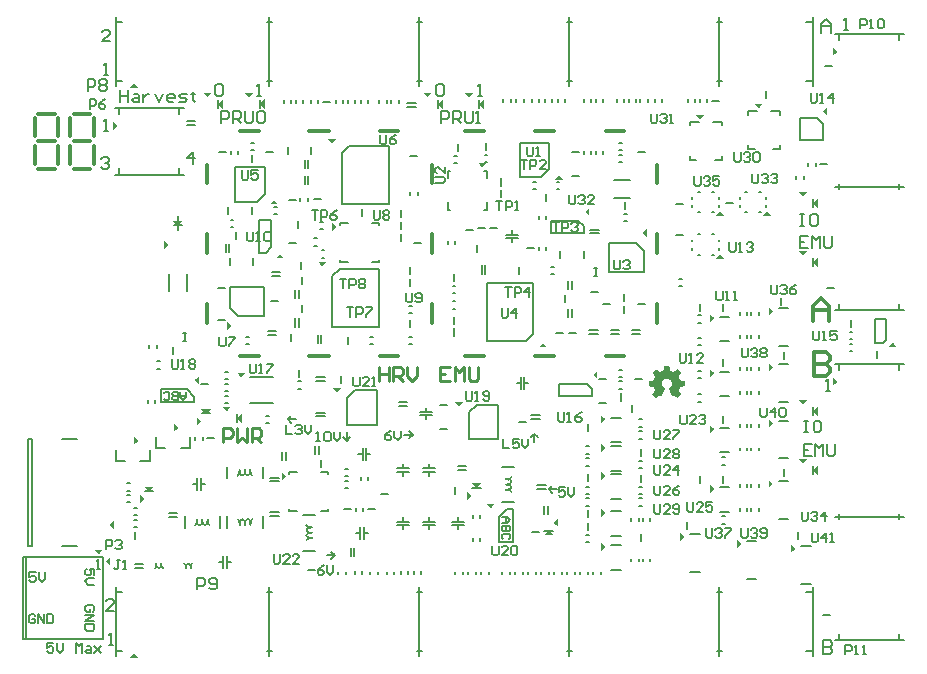
<source format=gbr>
%TF.GenerationSoftware,Altium Limited,Altium Designer,22.10.1 (41)*%
G04 Layer_Color=65535*
%FSLAX45Y45*%
%MOMM*%
%TF.SameCoordinates,A8474BD1-FA4A-4BD0-88DA-22D9B4FA892B*%
%TF.FilePolarity,Positive*%
%TF.FileFunction,Legend,Top*%
%TF.Part,Single*%
G01*
G75*
%TA.AperFunction,NonConductor*%
%ADD86C,0.30000*%
%ADD112C,0.15000*%
%ADD113C,0.20000*%
%ADD140C,0.25000*%
G36*
X7988000Y5143500D02*
X7948000Y5111342D01*
Y5175657D01*
X7988000Y5143500D01*
D02*
G37*
G36*
X2064158Y4836500D02*
X1999843D01*
X2032000Y4876500D01*
X2064158Y4836500D01*
D02*
G37*
G36*
X4863921Y4755706D02*
X4831764Y4794294D01*
X4896078D01*
X4863921Y4755706D01*
D02*
G37*
G36*
X4513921D02*
X4481763Y4794294D01*
X4546078D01*
X4513921Y4755706D01*
D02*
G37*
G36*
X3003921D02*
X2971763Y4794294D01*
X3036078D01*
X3003921Y4755706D01*
D02*
G37*
G36*
X2653921D02*
X2621764Y4794294D01*
X2686078D01*
X2653921Y4755706D01*
D02*
G37*
G36*
X4995000Y4660000D02*
X4950000Y4700000D01*
X4995000Y4740000D01*
Y4660000D01*
D02*
G37*
G36*
X4645000D02*
X4600000Y4700000D01*
X4645000Y4740000D01*
Y4660000D01*
D02*
G37*
G36*
X3135000D02*
X3090000Y4700000D01*
X3135000Y4740000D01*
Y4660000D01*
D02*
G37*
G36*
X2785000D02*
X2740000Y4700000D01*
X2785000Y4740000D01*
Y4660000D01*
D02*
G37*
G36*
X7318025Y4659615D02*
X7285867Y4698203D01*
X7350182D01*
X7318025Y4659615D01*
D02*
G37*
G36*
X7899999Y4607843D02*
X7861410Y4640000D01*
X7899999Y4672158D01*
Y4607843D01*
D02*
G37*
G36*
X6823027Y4569614D02*
X6790869Y4608203D01*
X6855184D01*
X6823027Y4569614D01*
D02*
G37*
G36*
X1892000Y4512400D02*
X1852000Y4480242D01*
Y4544557D01*
X1892000Y4512400D01*
D02*
G37*
G36*
X3705000Y4361411D02*
X3672843Y4400000D01*
X3737157D01*
X3705000Y4361411D01*
D02*
G37*
G36*
X4980000Y4161411D02*
X4947843Y4200000D01*
X5012157D01*
X4980000Y4161411D01*
D02*
G37*
G36*
X5661079Y4060706D02*
X5596764D01*
X5628921Y4099294D01*
X5661079Y4060706D01*
D02*
G37*
G36*
X7693921Y3915706D02*
X7661763Y3954294D01*
X7726078D01*
X7693921Y3915706D01*
D02*
G37*
G36*
X3251079Y3850706D02*
X3186764D01*
X3218921Y3889294D01*
X3251079Y3850706D01*
D02*
G37*
G36*
X7825000Y3820000D02*
X7780000Y3860000D01*
X7825000Y3900000D01*
Y3820000D01*
D02*
G37*
G36*
X5884294Y3756764D02*
X5845706Y3788921D01*
X5884294Y3821079D01*
Y3756764D01*
D02*
G37*
G36*
X7022736Y3752323D02*
X6958421D01*
X6990579Y3790912D01*
X7022736Y3752323D01*
D02*
G37*
G36*
X7422736Y3752323D02*
X7358421D01*
X7390579Y3790911D01*
X7422736Y3752323D01*
D02*
G37*
G36*
X2400268Y3669968D02*
X2360268Y3711967D01*
X2440268D01*
X2400268Y3669968D01*
D02*
G37*
G36*
X3748589Y3660000D02*
X3710000Y3627842D01*
Y3692157D01*
X3748589Y3660000D01*
D02*
G37*
G36*
X6369294Y3576764D02*
X6330706Y3608921D01*
X6369294Y3641079D01*
Y3576764D01*
D02*
G37*
G36*
X2325000Y3505000D02*
X2286411Y3472842D01*
Y3537157D01*
X2325000Y3505000D01*
D02*
G37*
G36*
X7693921Y3415706D02*
X7661763Y3454294D01*
X7726078D01*
X7693921Y3415706D01*
D02*
G37*
G36*
X3301079Y3395706D02*
X3236764D01*
X3268921Y3434294D01*
X3301079Y3395706D01*
D02*
G37*
G36*
X7022736Y3392323D02*
X6958421D01*
X6990579Y3430912D01*
X7022736Y3392323D01*
D02*
G37*
G36*
X3625000Y3321411D02*
X3592842Y3360000D01*
X3657157D01*
X3625000Y3321411D01*
D02*
G37*
G36*
X7825000Y3320000D02*
X7780000Y3360000D01*
X7825000Y3400000D01*
Y3320000D01*
D02*
G37*
G36*
X7444294Y2946079D02*
X7405706Y2913921D01*
Y2978236D01*
X7444294Y2946079D01*
D02*
G37*
G36*
X6945589Y2884976D02*
X6907000Y2852818D01*
Y2917133D01*
X6945589Y2884976D01*
D02*
G37*
G36*
X2859295Y2821079D02*
X2820706Y2788921D01*
Y2853236D01*
X2859295Y2821079D01*
D02*
G37*
G36*
X8485094Y2644742D02*
X8420779D01*
X8452937Y2683330D01*
X8485094Y2644742D01*
D02*
G37*
G36*
X5527157Y2640000D02*
X5462843D01*
X5495000Y2678589D01*
X5527157Y2640000D01*
D02*
G37*
G36*
X7444294Y2476079D02*
X7405706Y2443921D01*
Y2508236D01*
X7444294Y2476079D01*
D02*
G37*
G36*
X6561539Y2483876D02*
X6562565D01*
Y2483364D01*
Y2482851D01*
Y2482338D01*
X6563078D01*
Y2481825D01*
Y2481312D01*
Y2480799D01*
Y2480286D01*
Y2479773D01*
X6563591D01*
Y2479260D01*
Y2478747D01*
Y2478234D01*
Y2477721D01*
Y2477208D01*
Y2476695D01*
X6564104D01*
Y2476182D01*
Y2475669D01*
Y2475156D01*
Y2474643D01*
Y2474130D01*
X6564617D01*
Y2473618D01*
Y2473104D01*
Y2472591D01*
Y2472079D01*
Y2471566D01*
X6565130D01*
Y2471052D01*
Y2470540D01*
Y2470027D01*
Y2469514D01*
Y2469001D01*
Y2468488D01*
X6565643D01*
Y2467975D01*
Y2467462D01*
Y2466949D01*
Y2466436D01*
Y2465923D01*
X6566156D01*
Y2465410D01*
Y2464897D01*
Y2464384D01*
Y2463871D01*
Y2463358D01*
X6566668D01*
Y2462845D01*
Y2462332D01*
Y2461819D01*
Y2461306D01*
Y2460794D01*
Y2460281D01*
X6567181D01*
Y2459768D01*
Y2459255D01*
Y2458742D01*
Y2458229D01*
Y2457716D01*
X6567694D01*
Y2457203D01*
Y2456690D01*
Y2456177D01*
Y2455664D01*
Y2455151D01*
Y2454638D01*
X6568207D01*
Y2454125D01*
Y2453612D01*
Y2453099D01*
Y2452586D01*
Y2452073D01*
X6568720D01*
Y2451560D01*
Y2451047D01*
Y2450535D01*
Y2450021D01*
Y2449508D01*
X6569233D01*
Y2448996D01*
Y2448483D01*
Y2447969D01*
Y2447457D01*
Y2446944D01*
Y2446431D01*
X6569746D01*
Y2445918D01*
Y2445405D01*
Y2444892D01*
Y2444379D01*
Y2443866D01*
X6570259D01*
Y2443353D01*
Y2442840D01*
X6570772D01*
Y2442327D01*
X6571798D01*
Y2441814D01*
X6572824D01*
Y2441301D01*
X6574363D01*
Y2440788D01*
X6575389D01*
Y2440275D01*
X6576927D01*
Y2439762D01*
X6577954D01*
Y2439249D01*
X6578979D01*
Y2438736D01*
X6580518D01*
Y2438223D01*
X6581544D01*
Y2437711D01*
X6583083D01*
Y2437198D01*
X6584109D01*
Y2436684D01*
X6585648D01*
Y2436172D01*
X6586674D01*
Y2435659D01*
X6588213D01*
Y2435146D01*
X6589239D01*
Y2434633D01*
X6590264D01*
Y2434120D01*
X6591803D01*
Y2433607D01*
X6592829D01*
Y2433094D01*
X6594368D01*
Y2432581D01*
X6595394D01*
Y2432068D01*
X6596933D01*
Y2431555D01*
X6597959D01*
Y2431042D01*
X6599498D01*
Y2431555D01*
X6600524D01*
Y2432068D01*
X6601037D01*
Y2432581D01*
X6602062D01*
Y2433094D01*
X6602576D01*
Y2433607D01*
X6603088D01*
Y2434120D01*
X6604114D01*
Y2434633D01*
X6604627D01*
Y2435146D01*
X6605653D01*
Y2435659D01*
X6606166D01*
Y2436172D01*
X6607192D01*
Y2436684D01*
X6607705D01*
Y2437198D01*
X6608731D01*
Y2437711D01*
X6609244D01*
Y2438223D01*
X6610270D01*
Y2438736D01*
X6610783D01*
Y2439249D01*
X6611296D01*
Y2439762D01*
X6612322D01*
Y2440275D01*
X6612834D01*
Y2440788D01*
X6613861D01*
Y2441301D01*
X6614373D01*
Y2441814D01*
X6615399D01*
Y2442327D01*
X6615912D01*
Y2442840D01*
X6616938D01*
Y2443353D01*
X6617451D01*
Y2443866D01*
X6618477D01*
Y2444379D01*
X6618990D01*
Y2444892D01*
X6619503D01*
Y2445405D01*
X6620529D01*
Y2445918D01*
X6621042D01*
Y2446431D01*
X6622068D01*
Y2446944D01*
X6622581D01*
Y2447457D01*
X6623607D01*
Y2447969D01*
X6624120D01*
Y2448483D01*
X6625145D01*
Y2448996D01*
X6625659D01*
Y2449508D01*
X6626684D01*
Y2450021D01*
X6627197D01*
Y2450535D01*
X6628223D01*
Y2451047D01*
X6628736D01*
Y2451560D01*
X6629249D01*
Y2452073D01*
X6630275D01*
Y2452586D01*
X6630788D01*
Y2453099D01*
X6631814D01*
Y2453612D01*
X6632327D01*
Y2454125D01*
X6634892D01*
Y2453612D01*
X6635405D01*
Y2453099D01*
X6635917D01*
Y2452586D01*
X6636431D01*
Y2452073D01*
X6636944D01*
Y2451560D01*
X6637456D01*
Y2451047D01*
X6637969D01*
Y2450535D01*
X6638483D01*
Y2450021D01*
X6638995D01*
Y2449508D01*
X6639508D01*
Y2448996D01*
X6640021D01*
Y2448483D01*
X6640534D01*
Y2447969D01*
X6641047D01*
Y2447457D01*
X6641560D01*
Y2446944D01*
X6642073D01*
Y2446431D01*
X6642586D01*
Y2445918D01*
X6643099D01*
Y2445405D01*
X6643612D01*
Y2444892D01*
X6644125D01*
Y2444379D01*
X6644638D01*
Y2443866D01*
X6645151D01*
Y2443353D01*
X6645664D01*
Y2442840D01*
X6646177D01*
Y2442327D01*
X6646690D01*
Y2441814D01*
X6647203D01*
Y2441301D01*
X6647716D01*
Y2440788D01*
X6648229D01*
Y2440275D01*
X6648742D01*
Y2439762D01*
X6649254D01*
Y2439249D01*
X6649767D01*
Y2438736D01*
X6650280D01*
Y2438223D01*
X6650793D01*
Y2437711D01*
X6651306D01*
Y2437198D01*
X6651819D01*
Y2436684D01*
X6652332D01*
Y2436172D01*
X6652845D01*
Y2435659D01*
X6653358D01*
Y2435146D01*
X6653871D01*
Y2434633D01*
X6654384D01*
Y2434120D01*
X6654897D01*
Y2433607D01*
X6655410D01*
Y2433094D01*
X6655923D01*
Y2432581D01*
X6656436D01*
Y2432068D01*
X6656949D01*
Y2431555D01*
X6657462D01*
Y2431042D01*
X6657975D01*
Y2430529D01*
X6658488D01*
Y2430016D01*
X6659000D01*
Y2429503D01*
X6659514D01*
Y2428990D01*
X6660027D01*
Y2428477D01*
X6660539D01*
Y2427964D01*
X6661053D01*
Y2427451D01*
X6661566D01*
Y2426938D01*
X6662078D01*
Y2426425D01*
X6662591D01*
Y2425913D01*
X6663104D01*
Y2425400D01*
Y2424886D01*
Y2424374D01*
Y2423861D01*
Y2423347D01*
X6662591D01*
Y2422835D01*
X6662078D01*
Y2422322D01*
Y2421809D01*
X6661566D01*
Y2421296D01*
X6661053D01*
Y2420783D01*
Y2420270D01*
X6660539D01*
Y2419757D01*
X6660027D01*
Y2419244D01*
Y2418731D01*
X6659514D01*
Y2418218D01*
X6659000D01*
Y2417705D01*
X6658488D01*
Y2417192D01*
Y2416679D01*
X6657975D01*
Y2416166D01*
X6657462D01*
Y2415653D01*
Y2415140D01*
X6656949D01*
Y2414628D01*
X6656436D01*
Y2414114D01*
Y2413601D01*
X6655923D01*
Y2413089D01*
X6655410D01*
Y2412576D01*
Y2412063D01*
X6654897D01*
Y2411550D01*
X6654384D01*
Y2411037D01*
Y2410524D01*
X6653871D01*
Y2410011D01*
X6653358D01*
Y2409498D01*
X6652845D01*
Y2408985D01*
Y2408472D01*
X6652332D01*
Y2407959D01*
X6651819D01*
Y2407446D01*
Y2406933D01*
X6651306D01*
Y2406420D01*
X6650793D01*
Y2405907D01*
Y2405394D01*
X6650280D01*
Y2404881D01*
X6649767D01*
Y2404368D01*
Y2403855D01*
X6649254D01*
Y2403342D01*
X6648742D01*
Y2402830D01*
Y2402317D01*
X6648229D01*
Y2401803D01*
X6647716D01*
Y2401291D01*
X6647203D01*
Y2400778D01*
Y2400264D01*
X6646690D01*
Y2399752D01*
X6646177D01*
Y2399239D01*
Y2398726D01*
X6645664D01*
Y2398213D01*
X6645151D01*
Y2397700D01*
Y2397187D01*
X6644638D01*
Y2396674D01*
X6644125D01*
Y2396161D01*
Y2395648D01*
X6643612D01*
Y2395135D01*
X6643099D01*
Y2394622D01*
Y2394109D01*
X6642586D01*
Y2393596D01*
X6642073D01*
Y2393083D01*
Y2392570D01*
X6641560D01*
Y2392057D01*
X6641047D01*
Y2391545D01*
Y2391031D01*
X6640534D01*
Y2390518D01*
Y2390006D01*
Y2389493D01*
X6641047D01*
Y2388979D01*
Y2388467D01*
Y2387954D01*
X6641560D01*
Y2387441D01*
Y2386928D01*
X6642073D01*
Y2386415D01*
Y2385902D01*
X6642586D01*
Y2385389D01*
Y2384876D01*
Y2384363D01*
X6643099D01*
Y2383850D01*
Y2383337D01*
X6643612D01*
Y2382824D01*
Y2382311D01*
X6644125D01*
Y2381798D01*
Y2381285D01*
Y2380772D01*
X6644638D01*
Y2380259D01*
Y2379746D01*
X6645151D01*
Y2379233D01*
Y2378720D01*
X6645664D01*
Y2378208D01*
Y2377695D01*
Y2377181D01*
X6646177D01*
Y2376669D01*
Y2376156D01*
X6646690D01*
Y2375643D01*
Y2375130D01*
X6647203D01*
Y2374617D01*
Y2374104D01*
Y2373591D01*
X6647716D01*
Y2373078D01*
Y2372565D01*
X6648229D01*
Y2372052D01*
Y2371539D01*
X6648742D01*
Y2371026D01*
Y2370513D01*
Y2370000D01*
X6649254D01*
Y2369487D01*
Y2368974D01*
X6649767D01*
Y2368462D01*
Y2367948D01*
X6650280D01*
Y2367435D01*
Y2366923D01*
Y2366409D01*
X6650793D01*
Y2365896D01*
Y2365384D01*
X6651306D01*
Y2364871D01*
Y2364358D01*
X6651819D01*
Y2363845D01*
Y2363332D01*
Y2362819D01*
X6652332D01*
Y2362306D01*
Y2361793D01*
X6652845D01*
Y2361280D01*
X6653871D01*
Y2360767D01*
X6655410D01*
Y2360254D01*
X6658488D01*
Y2359741D01*
X6661053D01*
Y2359228D01*
X6663617D01*
Y2358715D01*
X6666695D01*
Y2358202D01*
X6669260D01*
Y2357689D01*
X6672337D01*
Y2357176D01*
X6674902D01*
Y2356663D01*
X6677467D01*
Y2356150D01*
X6680545D01*
Y2355637D01*
X6683110D01*
Y2355125D01*
X6685674D01*
Y2354611D01*
X6688752D01*
Y2354098D01*
X6691317D01*
Y2353586D01*
X6692856D01*
Y2353073D01*
Y2352560D01*
X6693369D01*
Y2352047D01*
Y2351534D01*
Y2351021D01*
Y2350508D01*
Y2349995D01*
Y2349482D01*
Y2348969D01*
Y2348456D01*
Y2347943D01*
Y2347430D01*
Y2346917D01*
Y2346404D01*
Y2345891D01*
Y2345378D01*
Y2344865D01*
Y2344352D01*
Y2343840D01*
Y2343326D01*
Y2342813D01*
Y2342301D01*
Y2341788D01*
Y2341274D01*
Y2340762D01*
Y2340249D01*
Y2339736D01*
Y2339223D01*
Y2338710D01*
Y2338197D01*
Y2337684D01*
Y2337171D01*
Y2336658D01*
Y2336145D01*
Y2335632D01*
Y2335119D01*
Y2334606D01*
Y2334093D01*
Y2333580D01*
Y2333067D01*
Y2332554D01*
Y2332041D01*
Y2331528D01*
Y2331015D01*
Y2330503D01*
Y2329990D01*
Y2329477D01*
Y2328964D01*
Y2328451D01*
Y2327938D01*
Y2327425D01*
Y2326912D01*
Y2326399D01*
Y2325886D01*
Y2325373D01*
Y2324860D01*
Y2324347D01*
Y2323834D01*
Y2323321D01*
Y2322808D01*
Y2322295D01*
Y2321782D01*
Y2321269D01*
Y2320756D01*
Y2320243D01*
Y2319730D01*
Y2319218D01*
Y2318705D01*
Y2318191D01*
Y2317679D01*
Y2317166D01*
Y2316653D01*
Y2316140D01*
Y2315627D01*
Y2315114D01*
Y2314601D01*
Y2314088D01*
Y2313575D01*
Y2313062D01*
Y2312549D01*
Y2312036D01*
X6692856D01*
Y2311523D01*
X6692343D01*
Y2311010D01*
X6690804D01*
Y2310497D01*
X6688239D01*
Y2309984D01*
X6685161D01*
Y2309471D01*
X6682597D01*
Y2308958D01*
X6679519D01*
Y2308445D01*
X6676954D01*
Y2307933D01*
X6674389D01*
Y2307420D01*
X6671312D01*
Y2306906D01*
X6668747D01*
Y2306394D01*
X6666182D01*
Y2305881D01*
X6663104D01*
Y2305368D01*
X6660539D01*
Y2304855D01*
X6657462D01*
Y2304342D01*
X6654897D01*
Y2303829D01*
X6654384D01*
Y2303316D01*
X6653871D01*
Y2302803D01*
X6653358D01*
Y2302290D01*
Y2301777D01*
X6652845D01*
Y2301264D01*
Y2300751D01*
X6652332D01*
Y2300238D01*
Y2299725D01*
Y2299212D01*
X6651819D01*
Y2298699D01*
Y2298186D01*
X6651306D01*
Y2297673D01*
Y2297160D01*
Y2296647D01*
X6650793D01*
Y2296135D01*
Y2295622D01*
X6650280D01*
Y2295108D01*
Y2294596D01*
Y2294083D01*
X6649767D01*
Y2293569D01*
Y2293057D01*
X6649254D01*
Y2292544D01*
Y2292031D01*
Y2291518D01*
X6648742D01*
Y2291005D01*
Y2290492D01*
X6648229D01*
Y2289979D01*
Y2289466D01*
Y2288953D01*
X6647716D01*
Y2288440D01*
Y2287927D01*
X6647203D01*
Y2287414D01*
Y2286901D01*
Y2286388D01*
X6646690D01*
Y2285875D01*
Y2285362D01*
X6646177D01*
Y2284850D01*
Y2284336D01*
Y2283823D01*
X6645664D01*
Y2283311D01*
Y2282798D01*
X6645151D01*
Y2282285D01*
Y2281772D01*
Y2281259D01*
X6644638D01*
Y2280746D01*
Y2280233D01*
X6644125D01*
Y2279720D01*
Y2279207D01*
Y2278694D01*
X6643612D01*
Y2278181D01*
Y2277668D01*
X6643099D01*
Y2277155D01*
Y2276642D01*
Y2276129D01*
X6642586D01*
Y2275616D01*
Y2275103D01*
X6642073D01*
Y2274590D01*
Y2274077D01*
Y2273564D01*
X6641560D01*
Y2273051D01*
Y2272539D01*
Y2272025D01*
X6642073D01*
Y2271513D01*
Y2271000D01*
X6642586D01*
Y2270486D01*
X6643099D01*
Y2269974D01*
Y2269461D01*
X6643612D01*
Y2268948D01*
X6644125D01*
Y2268435D01*
Y2267922D01*
X6644638D01*
Y2267409D01*
X6645151D01*
Y2266896D01*
X6645664D01*
Y2266383D01*
Y2265870D01*
X6646177D01*
Y2265357D01*
X6646690D01*
Y2264844D01*
Y2264331D01*
X6647203D01*
Y2263818D01*
X6647716D01*
Y2263305D01*
Y2262792D01*
X6648229D01*
Y2262279D01*
X6648742D01*
Y2261767D01*
Y2261253D01*
X6649254D01*
Y2260740D01*
X6649767D01*
Y2260228D01*
Y2259715D01*
X6650280D01*
Y2259201D01*
X6650793D01*
Y2258689D01*
X6651306D01*
Y2258176D01*
Y2257663D01*
X6651819D01*
Y2257150D01*
X6652332D01*
Y2256637D01*
Y2256124D01*
X6652845D01*
Y2255611D01*
X6653358D01*
Y2255098D01*
Y2254585D01*
X6653871D01*
Y2254072D01*
X6654384D01*
Y2253559D01*
Y2253046D01*
X6654897D01*
Y2252533D01*
X6655410D01*
Y2252020D01*
Y2251507D01*
X6655923D01*
Y2250994D01*
X6656436D01*
Y2250481D01*
Y2249968D01*
X6656949D01*
Y2249455D01*
X6657462D01*
Y2248942D01*
X6657975D01*
Y2248430D01*
Y2247917D01*
X6658488D01*
Y2247403D01*
X6659000D01*
Y2246891D01*
Y2246378D01*
X6659514D01*
Y2245865D01*
X6660027D01*
Y2245352D01*
Y2244839D01*
X6660539D01*
Y2244326D01*
X6661053D01*
Y2243813D01*
Y2243300D01*
X6661566D01*
Y2242787D01*
X6662078D01*
Y2242274D01*
Y2241761D01*
X6662591D01*
Y2241248D01*
X6663104D01*
Y2240735D01*
Y2240222D01*
Y2239709D01*
Y2239196D01*
Y2238683D01*
X6662591D01*
Y2238170D01*
X6662078D01*
Y2237657D01*
X6661566D01*
Y2237145D01*
X6661053D01*
Y2236631D01*
X6660539D01*
Y2236118D01*
X6660027D01*
Y2235606D01*
X6659514D01*
Y2235093D01*
X6659000D01*
Y2234579D01*
X6658488D01*
Y2234067D01*
X6657975D01*
Y2233554D01*
X6657462D01*
Y2233041D01*
X6656949D01*
Y2232528D01*
X6656436D01*
Y2232015D01*
X6655923D01*
Y2231502D01*
X6655410D01*
Y2230989D01*
X6654897D01*
Y2230476D01*
X6654384D01*
Y2229963D01*
X6653871D01*
Y2229450D01*
X6653358D01*
Y2228937D01*
X6652845D01*
Y2228424D01*
X6652332D01*
Y2227911D01*
X6651819D01*
Y2227398D01*
X6651306D01*
Y2226885D01*
X6650793D01*
Y2226372D01*
X6650280D01*
Y2225859D01*
X6649767D01*
Y2225346D01*
X6649254D01*
Y2224833D01*
X6648742D01*
Y2224320D01*
X6648229D01*
Y2223808D01*
X6647716D01*
Y2223295D01*
X6647203D01*
Y2222782D01*
X6646690D01*
Y2222269D01*
X6646177D01*
Y2221756D01*
X6645664D01*
Y2221243D01*
X6645151D01*
Y2220730D01*
X6644638D01*
Y2220217D01*
X6644125D01*
Y2219704D01*
X6643612D01*
Y2219191D01*
X6643099D01*
Y2218678D01*
X6642586D01*
Y2218165D01*
X6642073D01*
Y2217652D01*
X6641560D01*
Y2217139D01*
X6641047D01*
Y2216626D01*
X6640534D01*
Y2216113D01*
X6640021D01*
Y2215600D01*
X6639508D01*
Y2215087D01*
X6638995D01*
Y2214574D01*
X6638483D01*
Y2214062D01*
X6637969D01*
Y2213548D01*
X6637456D01*
Y2213035D01*
X6636944D01*
Y2212523D01*
X6636431D01*
Y2212010D01*
X6635917D01*
Y2211496D01*
X6635405D01*
Y2210984D01*
X6634379D01*
Y2210471D01*
X6632840D01*
Y2210984D01*
X6631814D01*
Y2211496D01*
X6631301D01*
Y2212010D01*
X6630275D01*
Y2212523D01*
X6629762D01*
Y2213035D01*
X6628736D01*
Y2213548D01*
X6628223D01*
Y2214062D01*
X6627197D01*
Y2214574D01*
X6626684D01*
Y2215087D01*
X6625659D01*
Y2215600D01*
X6625145D01*
Y2216113D01*
X6624632D01*
Y2216626D01*
X6623607D01*
Y2217139D01*
X6623094D01*
Y2217652D01*
X6622068D01*
Y2218165D01*
X6621555D01*
Y2218678D01*
X6620529D01*
Y2219191D01*
X6620016D01*
Y2219704D01*
X6618990D01*
Y2220217D01*
X6618477D01*
Y2220730D01*
X6617451D01*
Y2221243D01*
X6616938D01*
Y2221756D01*
X6616425D01*
Y2222269D01*
X6615399D01*
Y2222782D01*
X6614886D01*
Y2223295D01*
X6613861D01*
Y2223808D01*
X6613348D01*
Y2224320D01*
X6612322D01*
Y2224833D01*
X6611809D01*
Y2225346D01*
X6610783D01*
Y2225859D01*
X6610270D01*
Y2226372D01*
X6609244D01*
Y2226885D01*
X6608731D01*
Y2227398D01*
X6608218D01*
Y2227911D01*
X6607192D01*
Y2228424D01*
X6606679D01*
Y2228937D01*
X6605653D01*
Y2229450D01*
X6605140D01*
Y2229963D01*
X6604114D01*
Y2230476D01*
X6603601D01*
Y2230989D01*
X6602576D01*
Y2231502D01*
X6600011D01*
Y2230989D01*
X6598985D01*
Y2230476D01*
X6598472D01*
Y2229963D01*
X6597446D01*
Y2229450D01*
X6596420D01*
Y2228937D01*
X6595394D01*
Y2228424D01*
X6594368D01*
Y2227911D01*
X6593342D01*
Y2227398D01*
X6592316D01*
Y2226885D01*
X6591290D01*
Y2226372D01*
X6590778D01*
Y2225859D01*
X6589751D01*
Y2225346D01*
X6588726D01*
Y2224833D01*
X6587700D01*
Y2224320D01*
X6585135D01*
Y2224833D01*
X6584622D01*
Y2225346D01*
Y2225859D01*
X6584109D01*
Y2226372D01*
Y2226885D01*
Y2227398D01*
X6583596D01*
Y2227911D01*
Y2228424D01*
X6583083D01*
Y2228937D01*
Y2229450D01*
X6582570D01*
Y2229963D01*
Y2230476D01*
Y2230989D01*
X6582057D01*
Y2231502D01*
Y2232015D01*
X6581544D01*
Y2232528D01*
Y2233041D01*
Y2233554D01*
X6581031D01*
Y2234067D01*
Y2234579D01*
X6580518D01*
Y2235093D01*
Y2235606D01*
Y2236118D01*
X6580005D01*
Y2236631D01*
Y2237145D01*
X6579493D01*
Y2237657D01*
Y2238170D01*
X6578979D01*
Y2238683D01*
Y2239196D01*
Y2239709D01*
X6578466D01*
Y2240222D01*
Y2240735D01*
X6577954D01*
Y2241248D01*
Y2241761D01*
Y2242274D01*
X6577440D01*
Y2242787D01*
Y2243300D01*
X6576927D01*
Y2243813D01*
Y2244326D01*
X6576415D01*
Y2244839D01*
Y2245352D01*
Y2245865D01*
X6575902D01*
Y2246378D01*
Y2246891D01*
X6575389D01*
Y2247403D01*
Y2247917D01*
Y2248430D01*
X6574876D01*
Y2248942D01*
Y2249455D01*
X6574363D01*
Y2249968D01*
Y2250481D01*
Y2250994D01*
X6573850D01*
Y2251507D01*
Y2252020D01*
X6573337D01*
Y2252533D01*
Y2253046D01*
X6572824D01*
Y2253559D01*
Y2254072D01*
Y2254585D01*
X6572311D01*
Y2255098D01*
Y2255611D01*
X6571798D01*
Y2256124D01*
Y2256637D01*
Y2257150D01*
X6571285D01*
Y2257663D01*
Y2258176D01*
X6570772D01*
Y2258689D01*
Y2259201D01*
X6570259D01*
Y2259715D01*
Y2260228D01*
Y2260740D01*
X6569746D01*
Y2261253D01*
Y2261767D01*
X6569233D01*
Y2262279D01*
Y2262792D01*
Y2263305D01*
X6568720D01*
Y2263818D01*
Y2264331D01*
X6568207D01*
Y2264844D01*
Y2265357D01*
Y2265870D01*
X6567694D01*
Y2266383D01*
Y2266896D01*
X6567181D01*
Y2267409D01*
Y2267922D01*
X6566668D01*
Y2268435D01*
Y2268948D01*
Y2269461D01*
X6566156D01*
Y2269974D01*
Y2270486D01*
X6565643D01*
Y2271000D01*
Y2271513D01*
Y2272025D01*
X6565130D01*
Y2272539D01*
Y2273051D01*
X6564617D01*
Y2273564D01*
Y2274077D01*
X6564104D01*
Y2274590D01*
Y2275103D01*
Y2275616D01*
X6563591D01*
Y2276129D01*
Y2276642D01*
X6563078D01*
Y2277155D01*
Y2277668D01*
Y2278181D01*
X6562565D01*
Y2278694D01*
Y2279207D01*
X6562052D01*
Y2279720D01*
Y2280233D01*
Y2280746D01*
X6561539D01*
Y2281259D01*
Y2281772D01*
X6561026D01*
Y2282285D01*
Y2282798D01*
X6560513D01*
Y2283311D01*
Y2283823D01*
Y2284336D01*
X6560000D01*
Y2284850D01*
Y2285362D01*
X6559487D01*
Y2285875D01*
Y2286388D01*
Y2286901D01*
X6558974D01*
Y2287414D01*
Y2287927D01*
X6558461D01*
Y2288440D01*
Y2288953D01*
X6557948D01*
Y2289466D01*
Y2289979D01*
Y2290492D01*
X6557435D01*
Y2291005D01*
Y2291518D01*
X6557948D01*
Y2292031D01*
Y2292544D01*
X6558461D01*
Y2293057D01*
X6558974D01*
Y2293569D01*
X6560000D01*
Y2294083D01*
X6560513D01*
Y2294596D01*
X6561539D01*
Y2295108D01*
X6562052D01*
Y2295622D01*
X6563078D01*
Y2296135D01*
X6563591D01*
Y2296647D01*
X6564104D01*
Y2297160D01*
X6565130D01*
Y2297673D01*
X6565643D01*
Y2298186D01*
X6566668D01*
Y2298699D01*
X6567181D01*
Y2299212D01*
X6567694D01*
Y2299725D01*
X6568207D01*
Y2300238D01*
X6569233D01*
Y2300751D01*
X6569746D01*
Y2301264D01*
X6570259D01*
Y2301777D01*
X6570772D01*
Y2302290D01*
X6571285D01*
Y2302803D01*
X6571798D01*
Y2303316D01*
X6572311D01*
Y2303829D01*
X6572824D01*
Y2304342D01*
X6573337D01*
Y2304855D01*
Y2305368D01*
X6573850D01*
Y2305881D01*
X6574363D01*
Y2306394D01*
X6574876D01*
Y2306906D01*
X6575389D01*
Y2307420D01*
Y2307933D01*
X6575902D01*
Y2308445D01*
X6576415D01*
Y2308958D01*
Y2309471D01*
X6576927D01*
Y2309984D01*
X6577440D01*
Y2310497D01*
Y2311010D01*
X6577954D01*
Y2311523D01*
Y2312036D01*
X6578466D01*
Y2312549D01*
Y2313062D01*
X6578979D01*
Y2313575D01*
Y2314088D01*
X6579493D01*
Y2314601D01*
Y2315114D01*
X6580005D01*
Y2315627D01*
Y2316140D01*
X6580518D01*
Y2316653D01*
Y2317166D01*
X6581031D01*
Y2317679D01*
Y2318191D01*
Y2318705D01*
X6581544D01*
Y2319218D01*
Y2319730D01*
Y2320243D01*
X6582057D01*
Y2320756D01*
Y2321269D01*
Y2321782D01*
Y2322295D01*
X6582570D01*
Y2322808D01*
Y2323321D01*
Y2323834D01*
Y2324347D01*
Y2324860D01*
X6583083D01*
Y2325373D01*
Y2325886D01*
Y2326399D01*
Y2326912D01*
Y2327425D01*
Y2327938D01*
Y2328451D01*
X6583596D01*
Y2328964D01*
Y2329477D01*
Y2329990D01*
Y2330503D01*
Y2331015D01*
Y2331528D01*
Y2332041D01*
Y2332554D01*
Y2333067D01*
Y2333580D01*
Y2334093D01*
Y2334606D01*
Y2335119D01*
Y2335632D01*
X6583083D01*
Y2336145D01*
Y2336658D01*
Y2337171D01*
Y2337684D01*
Y2338197D01*
Y2338710D01*
Y2339223D01*
X6582570D01*
Y2339736D01*
Y2340249D01*
Y2340762D01*
Y2341274D01*
Y2341788D01*
X6582057D01*
Y2342301D01*
Y2342813D01*
Y2343326D01*
Y2343840D01*
X6581544D01*
Y2344352D01*
Y2344865D01*
Y2345378D01*
X6581031D01*
Y2345891D01*
Y2346404D01*
Y2346917D01*
X6580518D01*
Y2347430D01*
Y2347943D01*
X6580005D01*
Y2348456D01*
Y2348969D01*
Y2349482D01*
X6579493D01*
Y2349995D01*
Y2350508D01*
X6578979D01*
Y2351021D01*
Y2351534D01*
X6578466D01*
Y2352047D01*
Y2352560D01*
X6577954D01*
Y2353073D01*
X6577440D01*
Y2353586D01*
Y2354098D01*
X6576927D01*
Y2354611D01*
Y2355125D01*
X6576415D01*
Y2355637D01*
X6575902D01*
Y2356150D01*
Y2356663D01*
X6575389D01*
Y2357176D01*
X6574876D01*
Y2357689D01*
X6574363D01*
Y2358202D01*
Y2358715D01*
X6573850D01*
Y2359228D01*
X6573337D01*
Y2359741D01*
X6572824D01*
Y2360254D01*
X6572311D01*
Y2360767D01*
X6571798D01*
Y2361280D01*
X6571285D01*
Y2361793D01*
X6570772D01*
Y2362306D01*
X6570259D01*
Y2362819D01*
X6569746D01*
Y2363332D01*
X6569233D01*
Y2363845D01*
X6568720D01*
Y2364358D01*
X6568207D01*
Y2364871D01*
X6567694D01*
Y2365384D01*
X6566668D01*
Y2365896D01*
X6566156D01*
Y2366409D01*
X6565130D01*
Y2366923D01*
X6564617D01*
Y2367435D01*
X6563591D01*
Y2367948D01*
X6563078D01*
Y2368462D01*
X6562052D01*
Y2368974D01*
X6561026D01*
Y2369487D01*
X6560000D01*
Y2370000D01*
X6558974D01*
Y2370513D01*
X6557948D01*
Y2371026D01*
X6556922D01*
Y2371539D01*
X6555383D01*
Y2372052D01*
X6553844D01*
Y2372565D01*
X6552306D01*
Y2373078D01*
X6550254D01*
Y2373591D01*
X6547176D01*
Y2374104D01*
X6535378D01*
Y2373591D01*
X6532300D01*
Y2373078D01*
X6530249D01*
Y2372565D01*
X6528710D01*
Y2372052D01*
X6527171D01*
Y2371539D01*
X6525632D01*
Y2371026D01*
X6524606D01*
Y2370513D01*
X6523580D01*
Y2370000D01*
X6522554D01*
Y2369487D01*
X6521528D01*
Y2368974D01*
X6520502D01*
Y2368462D01*
X6519476D01*
Y2367948D01*
X6518964D01*
Y2367435D01*
X6517938D01*
Y2366923D01*
X6517425D01*
Y2366409D01*
X6516399D01*
Y2365896D01*
X6515886D01*
Y2365384D01*
X6515373D01*
Y2364871D01*
X6514860D01*
Y2364358D01*
X6513834D01*
Y2363845D01*
X6513321D01*
Y2363332D01*
X6512808D01*
Y2362819D01*
X6512295D01*
Y2362306D01*
X6511782D01*
Y2361793D01*
X6511269D01*
Y2361280D01*
X6510756D01*
Y2360767D01*
X6510243D01*
Y2360254D01*
X6509730D01*
Y2359741D01*
X6509217D01*
Y2359228D01*
X6508705D01*
Y2358715D01*
Y2358202D01*
X6508191D01*
Y2357689D01*
X6507678D01*
Y2357176D01*
X6507166D01*
Y2356663D01*
Y2356150D01*
X6506653D01*
Y2355637D01*
X6506139D01*
Y2355125D01*
Y2354611D01*
X6505627D01*
Y2354098D01*
X6505114D01*
Y2353586D01*
Y2353073D01*
X6504601D01*
Y2352560D01*
Y2352047D01*
X6504088D01*
Y2351534D01*
Y2351021D01*
X6503575D01*
Y2350508D01*
Y2349995D01*
X6503062D01*
Y2349482D01*
Y2348969D01*
X6502549D01*
Y2348456D01*
Y2347943D01*
X6502036D01*
Y2347430D01*
Y2346917D01*
Y2346404D01*
X6501523D01*
Y2345891D01*
Y2345378D01*
Y2344865D01*
X6501010D01*
Y2344352D01*
Y2343840D01*
Y2343326D01*
X6500497D01*
Y2342813D01*
Y2342301D01*
Y2341788D01*
Y2341274D01*
X6499984D01*
Y2340762D01*
Y2340249D01*
Y2339736D01*
Y2339223D01*
Y2338710D01*
X6499471D01*
Y2338197D01*
Y2337684D01*
Y2337171D01*
Y2336658D01*
Y2336145D01*
Y2335632D01*
Y2335119D01*
Y2334606D01*
Y2334093D01*
Y2333580D01*
X6498958D01*
Y2333067D01*
Y2332554D01*
Y2332041D01*
Y2331528D01*
Y2331015D01*
Y2330503D01*
X6499471D01*
Y2329990D01*
Y2329477D01*
Y2328964D01*
Y2328451D01*
Y2327938D01*
Y2327425D01*
Y2326912D01*
Y2326399D01*
Y2325886D01*
Y2325373D01*
X6499984D01*
Y2324860D01*
Y2324347D01*
Y2323834D01*
Y2323321D01*
Y2322808D01*
X6500497D01*
Y2322295D01*
Y2321782D01*
Y2321269D01*
Y2320756D01*
X6501010D01*
Y2320243D01*
Y2319730D01*
Y2319218D01*
X6501523D01*
Y2318705D01*
Y2318191D01*
Y2317679D01*
X6502036D01*
Y2317166D01*
Y2316653D01*
X6502549D01*
Y2316140D01*
Y2315627D01*
Y2315114D01*
X6503062D01*
Y2314601D01*
Y2314088D01*
X6503575D01*
Y2313575D01*
Y2313062D01*
X6504088D01*
Y2312549D01*
Y2312036D01*
X6504601D01*
Y2311523D01*
Y2311010D01*
X6505114D01*
Y2310497D01*
X6505627D01*
Y2309984D01*
Y2309471D01*
X6506139D01*
Y2308958D01*
X6506653D01*
Y2308445D01*
Y2307933D01*
X6507166D01*
Y2307420D01*
X6507678D01*
Y2306906D01*
Y2306394D01*
X6508191D01*
Y2305881D01*
X6508705D01*
Y2305368D01*
X6509217D01*
Y2304855D01*
X6509730D01*
Y2304342D01*
X6510243D01*
Y2303829D01*
Y2303316D01*
X6510756D01*
Y2302803D01*
X6511269D01*
Y2302290D01*
X6511782D01*
Y2301777D01*
X6512295D01*
Y2301264D01*
X6513321D01*
Y2300751D01*
X6513834D01*
Y2300238D01*
X6514347D01*
Y2299725D01*
X6514860D01*
Y2299212D01*
X6515373D01*
Y2298699D01*
X6516399D01*
Y2298186D01*
X6516912D01*
Y2297673D01*
X6517425D01*
Y2297160D01*
X6518451D01*
Y2296647D01*
X6518964D01*
Y2296135D01*
X6519476D01*
Y2295622D01*
X6520502D01*
Y2295108D01*
X6521015D01*
Y2294596D01*
X6522041D01*
Y2294083D01*
X6523067D01*
Y2293569D01*
X6523580D01*
Y2293057D01*
X6524606D01*
Y2292544D01*
Y2292031D01*
X6525119D01*
Y2291518D01*
Y2291005D01*
Y2290492D01*
Y2289979D01*
X6524606D01*
Y2289466D01*
Y2288953D01*
X6524093D01*
Y2288440D01*
Y2287927D01*
Y2287414D01*
X6523580D01*
Y2286901D01*
Y2286388D01*
X6523067D01*
Y2285875D01*
Y2285362D01*
X6522554D01*
Y2284850D01*
Y2284336D01*
Y2283823D01*
X6522041D01*
Y2283311D01*
Y2282798D01*
X6521528D01*
Y2282285D01*
Y2281772D01*
Y2281259D01*
X6521015D01*
Y2280746D01*
Y2280233D01*
X6520502D01*
Y2279720D01*
Y2279207D01*
X6519989D01*
Y2278694D01*
Y2278181D01*
Y2277668D01*
X6519476D01*
Y2277155D01*
Y2276642D01*
X6518964D01*
Y2276129D01*
Y2275616D01*
Y2275103D01*
X6518451D01*
Y2274590D01*
Y2274077D01*
X6517938D01*
Y2273564D01*
Y2273051D01*
Y2272539D01*
X6517425D01*
Y2272025D01*
Y2271513D01*
X6516912D01*
Y2271000D01*
Y2270486D01*
X6516399D01*
Y2269974D01*
Y2269461D01*
Y2268948D01*
X6515886D01*
Y2268435D01*
Y2267922D01*
X6515373D01*
Y2267409D01*
Y2266896D01*
Y2266383D01*
X6514860D01*
Y2265870D01*
Y2265357D01*
X6514347D01*
Y2264844D01*
Y2264331D01*
X6513834D01*
Y2263818D01*
Y2263305D01*
Y2262792D01*
X6513321D01*
Y2262279D01*
Y2261767D01*
X6512808D01*
Y2261253D01*
Y2260740D01*
Y2260228D01*
X6512295D01*
Y2259715D01*
Y2259201D01*
X6511782D01*
Y2258689D01*
Y2258176D01*
Y2257663D01*
X6511269D01*
Y2257150D01*
Y2256637D01*
X6510756D01*
Y2256124D01*
Y2255611D01*
X6510243D01*
Y2255098D01*
Y2254585D01*
Y2254072D01*
X6509730D01*
Y2253559D01*
Y2253046D01*
X6509217D01*
Y2252533D01*
Y2252020D01*
Y2251507D01*
X6508705D01*
Y2250994D01*
Y2250481D01*
X6508191D01*
Y2249968D01*
Y2249455D01*
X6507678D01*
Y2248942D01*
Y2248430D01*
Y2247917D01*
X6507166D01*
Y2247403D01*
Y2246891D01*
X6506653D01*
Y2246378D01*
Y2245865D01*
Y2245352D01*
X6506139D01*
Y2244839D01*
Y2244326D01*
X6505627D01*
Y2243813D01*
Y2243300D01*
Y2242787D01*
X6505114D01*
Y2242274D01*
Y2241761D01*
X6504601D01*
Y2241248D01*
Y2240735D01*
X6504088D01*
Y2240222D01*
Y2239709D01*
Y2239196D01*
X6503575D01*
Y2238683D01*
Y2238170D01*
X6503062D01*
Y2237657D01*
Y2237145D01*
Y2236631D01*
X6502549D01*
Y2236118D01*
Y2235606D01*
X6502036D01*
Y2235093D01*
Y2234579D01*
X6501523D01*
Y2234067D01*
Y2233554D01*
Y2233041D01*
X6501010D01*
Y2232528D01*
Y2232015D01*
X6500497D01*
Y2231502D01*
Y2230989D01*
Y2230476D01*
X6499984D01*
Y2229963D01*
Y2229450D01*
X6499471D01*
Y2228937D01*
Y2228424D01*
Y2227911D01*
X6498958D01*
Y2227398D01*
Y2226885D01*
X6498445D01*
Y2226372D01*
Y2225859D01*
X6497932D01*
Y2225346D01*
Y2224833D01*
X6497419D01*
Y2224320D01*
X6494854D01*
Y2224833D01*
X6493829D01*
Y2225346D01*
X6493316D01*
Y2225859D01*
X6492290D01*
Y2226372D01*
X6491264D01*
Y2226885D01*
X6490238D01*
Y2227398D01*
X6489212D01*
Y2227911D01*
X6488186D01*
Y2228424D01*
X6487160D01*
Y2228937D01*
X6486134D01*
Y2229450D01*
X6485621D01*
Y2229963D01*
X6484595D01*
Y2230476D01*
X6483569D01*
Y2230989D01*
X6482544D01*
Y2231502D01*
X6479979D01*
Y2230989D01*
X6478953D01*
Y2230476D01*
X6478440D01*
Y2229963D01*
X6477927D01*
Y2229450D01*
X6476901D01*
Y2228937D01*
X6476388D01*
Y2228424D01*
X6475362D01*
Y2227911D01*
X6474849D01*
Y2227398D01*
X6473823D01*
Y2226885D01*
X6473310D01*
Y2226372D01*
X6472284D01*
Y2225859D01*
X6471771D01*
Y2225346D01*
X6470746D01*
Y2224833D01*
X6470233D01*
Y2224320D01*
X6469720D01*
Y2223808D01*
X6468694D01*
Y2223295D01*
X6468181D01*
Y2222782D01*
X6467155D01*
Y2222269D01*
X6466642D01*
Y2221756D01*
X6465616D01*
Y2221243D01*
X6465103D01*
Y2220730D01*
X6464077D01*
Y2220217D01*
X6463564D01*
Y2219704D01*
X6462538D01*
Y2219191D01*
X6462025D01*
Y2218678D01*
X6461512D01*
Y2218165D01*
X6460486D01*
Y2217652D01*
X6459973D01*
Y2217139D01*
X6458948D01*
Y2216626D01*
X6458435D01*
Y2216113D01*
X6457409D01*
Y2215600D01*
X6456896D01*
Y2215087D01*
X6455870D01*
Y2214574D01*
X6455357D01*
Y2214062D01*
X6454331D01*
Y2213548D01*
X6453818D01*
Y2213035D01*
X6452792D01*
Y2212523D01*
X6452279D01*
Y2212010D01*
X6451766D01*
Y2211496D01*
X6450740D01*
Y2210984D01*
X6449715D01*
Y2210471D01*
X6448176D01*
Y2210984D01*
X6447149D01*
Y2211496D01*
X6446637D01*
Y2212010D01*
X6446124D01*
Y2212523D01*
X6445611D01*
Y2213035D01*
X6445098D01*
Y2213548D01*
X6444585D01*
Y2214062D01*
X6444072D01*
Y2214574D01*
X6443559D01*
Y2215087D01*
X6443046D01*
Y2215600D01*
X6442533D01*
Y2216113D01*
X6442020D01*
Y2216626D01*
X6441507D01*
Y2217139D01*
X6440994D01*
Y2217652D01*
X6440481D01*
Y2218165D01*
X6439968D01*
Y2218678D01*
X6439455D01*
Y2219191D01*
X6438942D01*
Y2219704D01*
X6438429D01*
Y2220217D01*
X6437916D01*
Y2220730D01*
X6437403D01*
Y2221243D01*
X6436890D01*
Y2221756D01*
X6436378D01*
Y2222269D01*
X6435864D01*
Y2222782D01*
X6435352D01*
Y2223295D01*
X6434839D01*
Y2223808D01*
X6434326D01*
Y2224320D01*
X6433813D01*
Y2224833D01*
X6433300D01*
Y2225346D01*
X6432787D01*
Y2225859D01*
X6432274D01*
Y2226372D01*
X6431761D01*
Y2226885D01*
X6431248D01*
Y2227398D01*
X6430735D01*
Y2227911D01*
X6430222D01*
Y2228424D01*
X6429709D01*
Y2228937D01*
X6429196D01*
Y2229450D01*
X6428683D01*
Y2229963D01*
X6428170D01*
Y2230476D01*
X6427657D01*
Y2230989D01*
X6427144D01*
Y2231502D01*
X6426631D01*
Y2232015D01*
X6426118D01*
Y2232528D01*
X6425605D01*
Y2233041D01*
X6425093D01*
Y2233554D01*
X6424579D01*
Y2234067D01*
X6424066D01*
Y2234579D01*
X6423554D01*
Y2235093D01*
X6423041D01*
Y2235606D01*
X6422528D01*
Y2236118D01*
X6422015D01*
Y2236631D01*
X6421502D01*
Y2237145D01*
X6420989D01*
Y2237657D01*
X6420476D01*
Y2238170D01*
X6419963D01*
Y2238683D01*
Y2239196D01*
X6419450D01*
Y2239709D01*
Y2240222D01*
Y2240735D01*
X6419963D01*
Y2241248D01*
Y2241761D01*
X6420476D01*
Y2242274D01*
Y2242787D01*
X6420989D01*
Y2243300D01*
X6421502D01*
Y2243813D01*
X6422015D01*
Y2244326D01*
Y2244839D01*
X6422528D01*
Y2245352D01*
X6423041D01*
Y2245865D01*
Y2246378D01*
X6423554D01*
Y2246891D01*
X6424066D01*
Y2247403D01*
Y2247917D01*
X6424579D01*
Y2248430D01*
X6425093D01*
Y2248942D01*
Y2249455D01*
X6425605D01*
Y2249968D01*
X6426118D01*
Y2250481D01*
Y2250994D01*
X6426631D01*
Y2251507D01*
X6427144D01*
Y2252020D01*
X6427657D01*
Y2252533D01*
Y2253046D01*
X6428170D01*
Y2253559D01*
X6428683D01*
Y2254072D01*
Y2254585D01*
X6429196D01*
Y2255098D01*
X6429709D01*
Y2255611D01*
Y2256124D01*
X6430222D01*
Y2256637D01*
X6430735D01*
Y2257150D01*
Y2257663D01*
X6431248D01*
Y2258176D01*
X6431761D01*
Y2258689D01*
Y2259201D01*
X6432274D01*
Y2259715D01*
X6432787D01*
Y2260228D01*
Y2260740D01*
X6433300D01*
Y2261253D01*
X6433813D01*
Y2261767D01*
X6434326D01*
Y2262279D01*
Y2262792D01*
X6434839D01*
Y2263305D01*
X6435352D01*
Y2263818D01*
Y2264331D01*
X6435864D01*
Y2264844D01*
X6436378D01*
Y2265357D01*
Y2265870D01*
X6436890D01*
Y2266383D01*
X6437403D01*
Y2266896D01*
Y2267409D01*
X6437916D01*
Y2267922D01*
X6438429D01*
Y2268435D01*
Y2268948D01*
X6438942D01*
Y2269461D01*
X6439455D01*
Y2269974D01*
X6439968D01*
Y2270486D01*
Y2271000D01*
X6440481D01*
Y2271513D01*
X6440994D01*
Y2272025D01*
Y2272539D01*
Y2273051D01*
Y2273564D01*
Y2274077D01*
X6440481D01*
Y2274590D01*
Y2275103D01*
Y2275616D01*
X6439968D01*
Y2276129D01*
Y2276642D01*
X6439455D01*
Y2277155D01*
Y2277668D01*
Y2278181D01*
X6438942D01*
Y2278694D01*
Y2279207D01*
X6438429D01*
Y2279720D01*
Y2280233D01*
Y2280746D01*
X6437916D01*
Y2281259D01*
Y2281772D01*
X6437403D01*
Y2282285D01*
Y2282798D01*
Y2283311D01*
X6436890D01*
Y2283823D01*
Y2284336D01*
X6436378D01*
Y2284850D01*
Y2285362D01*
Y2285875D01*
X6435864D01*
Y2286388D01*
Y2286901D01*
X6435352D01*
Y2287414D01*
Y2287927D01*
Y2288440D01*
X6434839D01*
Y2288953D01*
Y2289466D01*
X6434326D01*
Y2289979D01*
Y2290492D01*
Y2291005D01*
X6433813D01*
Y2291518D01*
Y2292031D01*
X6433300D01*
Y2292544D01*
Y2293057D01*
Y2293569D01*
X6432787D01*
Y2294083D01*
Y2294596D01*
X6432274D01*
Y2295108D01*
Y2295622D01*
Y2296135D01*
X6431761D01*
Y2296647D01*
Y2297160D01*
X6431248D01*
Y2297673D01*
Y2298186D01*
Y2298699D01*
X6430735D01*
Y2299212D01*
Y2299725D01*
X6430222D01*
Y2300238D01*
Y2300751D01*
Y2301264D01*
X6429709D01*
Y2301777D01*
Y2302290D01*
X6429196D01*
Y2302803D01*
Y2303316D01*
X6428683D01*
Y2303829D01*
X6427657D01*
Y2304342D01*
X6425093D01*
Y2304855D01*
X6422015D01*
Y2305368D01*
X6419450D01*
Y2305881D01*
X6416885D01*
Y2306394D01*
X6413807D01*
Y2306906D01*
X6411243D01*
Y2307420D01*
X6408678D01*
Y2307933D01*
X6405600D01*
Y2308445D01*
X6403035D01*
Y2308958D01*
X6399958D01*
Y2309471D01*
X6397393D01*
Y2309984D01*
X6394828D01*
Y2310497D01*
X6391750D01*
Y2311010D01*
X6390211D01*
Y2311523D01*
X6389698D01*
Y2312036D01*
X6389186D01*
Y2312549D01*
Y2313062D01*
Y2313575D01*
Y2314088D01*
Y2314601D01*
Y2315114D01*
Y2315627D01*
Y2316140D01*
Y2316653D01*
Y2317166D01*
Y2317679D01*
Y2318191D01*
Y2318705D01*
Y2319218D01*
Y2319730D01*
Y2320243D01*
Y2320756D01*
Y2321269D01*
Y2321782D01*
Y2322295D01*
Y2322808D01*
Y2323321D01*
Y2323834D01*
Y2324347D01*
Y2324860D01*
Y2325373D01*
Y2325886D01*
Y2326399D01*
Y2326912D01*
Y2327425D01*
Y2327938D01*
Y2328451D01*
Y2328964D01*
Y2329477D01*
Y2329990D01*
Y2330503D01*
Y2331015D01*
Y2331528D01*
Y2332041D01*
Y2332554D01*
Y2333067D01*
Y2333580D01*
Y2334093D01*
Y2334606D01*
Y2335119D01*
Y2335632D01*
Y2336145D01*
Y2336658D01*
Y2337171D01*
Y2337684D01*
Y2338197D01*
Y2338710D01*
Y2339223D01*
Y2339736D01*
Y2340249D01*
Y2340762D01*
Y2341274D01*
Y2341788D01*
Y2342301D01*
Y2342813D01*
Y2343326D01*
Y2343840D01*
Y2344352D01*
Y2344865D01*
Y2345378D01*
Y2345891D01*
Y2346404D01*
Y2346917D01*
Y2347430D01*
Y2347943D01*
Y2348456D01*
Y2348969D01*
Y2349482D01*
Y2349995D01*
Y2350508D01*
Y2351021D01*
Y2351534D01*
Y2352047D01*
Y2352560D01*
X6389698D01*
Y2353073D01*
X6390211D01*
Y2353586D01*
X6391237D01*
Y2354098D01*
X6393802D01*
Y2354611D01*
X6396880D01*
Y2355125D01*
X6399444D01*
Y2355637D01*
X6402522D01*
Y2356150D01*
X6405087D01*
Y2356663D01*
X6407652D01*
Y2357176D01*
X6410730D01*
Y2357689D01*
X6413294D01*
Y2358202D01*
X6415859D01*
Y2358715D01*
X6418937D01*
Y2359228D01*
X6421502D01*
Y2359741D01*
X6424579D01*
Y2360254D01*
X6427144D01*
Y2360767D01*
X6429196D01*
Y2361280D01*
X6429709D01*
Y2361793D01*
X6430222D01*
Y2362306D01*
Y2362819D01*
X6430735D01*
Y2363332D01*
Y2363845D01*
X6431248D01*
Y2364358D01*
Y2364871D01*
X6431761D01*
Y2365384D01*
Y2365896D01*
Y2366409D01*
X6432274D01*
Y2366923D01*
Y2367435D01*
X6432787D01*
Y2367948D01*
Y2368462D01*
X6433300D01*
Y2368974D01*
Y2369487D01*
Y2370000D01*
X6433813D01*
Y2370513D01*
Y2371026D01*
X6434326D01*
Y2371539D01*
Y2372052D01*
X6434839D01*
Y2372565D01*
Y2373078D01*
Y2373591D01*
X6435352D01*
Y2374104D01*
Y2374617D01*
X6435864D01*
Y2375130D01*
Y2375643D01*
X6436378D01*
Y2376156D01*
Y2376669D01*
Y2377181D01*
X6436890D01*
Y2377695D01*
Y2378208D01*
X6437403D01*
Y2378720D01*
Y2379233D01*
X6437916D01*
Y2379746D01*
Y2380259D01*
Y2380772D01*
X6438429D01*
Y2381285D01*
Y2381798D01*
X6438942D01*
Y2382311D01*
Y2382824D01*
X6439455D01*
Y2383337D01*
Y2383850D01*
Y2384363D01*
X6439968D01*
Y2384876D01*
Y2385389D01*
X6440481D01*
Y2385902D01*
Y2386415D01*
X6440994D01*
Y2386928D01*
Y2387441D01*
Y2387954D01*
X6441507D01*
Y2388467D01*
Y2388979D01*
X6442020D01*
Y2389493D01*
Y2390006D01*
Y2390518D01*
Y2391031D01*
Y2391545D01*
X6441507D01*
Y2392057D01*
X6440994D01*
Y2392570D01*
Y2393083D01*
X6440481D01*
Y2393596D01*
X6439968D01*
Y2394109D01*
Y2394622D01*
X6439455D01*
Y2395135D01*
X6438942D01*
Y2395648D01*
Y2396161D01*
X6438429D01*
Y2396674D01*
X6437916D01*
Y2397187D01*
Y2397700D01*
X6437403D01*
Y2398213D01*
X6436890D01*
Y2398726D01*
Y2399239D01*
X6436378D01*
Y2399752D01*
X6435864D01*
Y2400264D01*
X6435352D01*
Y2400778D01*
Y2401291D01*
X6434839D01*
Y2401803D01*
X6434326D01*
Y2402317D01*
Y2402830D01*
X6433813D01*
Y2403342D01*
X6433300D01*
Y2403855D01*
Y2404368D01*
X6432787D01*
Y2404881D01*
X6432274D01*
Y2405394D01*
Y2405907D01*
X6431761D01*
Y2406420D01*
X6431248D01*
Y2406933D01*
Y2407446D01*
X6430735D01*
Y2407959D01*
X6430222D01*
Y2408472D01*
X6429709D01*
Y2408985D01*
Y2409498D01*
X6429196D01*
Y2410011D01*
X6428683D01*
Y2410524D01*
Y2411037D01*
X6428170D01*
Y2411550D01*
X6427657D01*
Y2412063D01*
Y2412576D01*
X6427144D01*
Y2413089D01*
X6426631D01*
Y2413601D01*
Y2414114D01*
X6426118D01*
Y2414628D01*
X6425605D01*
Y2415140D01*
Y2415653D01*
X6425093D01*
Y2416166D01*
X6424579D01*
Y2416679D01*
X6424066D01*
Y2417192D01*
Y2417705D01*
X6423554D01*
Y2418218D01*
X6423041D01*
Y2418731D01*
Y2419244D01*
X6422528D01*
Y2419757D01*
X6422015D01*
Y2420270D01*
Y2420783D01*
X6421502D01*
Y2421296D01*
X6420989D01*
Y2421809D01*
Y2422322D01*
X6420476D01*
Y2422835D01*
X6419963D01*
Y2423347D01*
Y2423861D01*
X6419450D01*
Y2424374D01*
Y2424886D01*
Y2425400D01*
X6419963D01*
Y2425913D01*
Y2426425D01*
X6420476D01*
Y2426938D01*
X6420989D01*
Y2427451D01*
X6421502D01*
Y2427964D01*
X6422015D01*
Y2428477D01*
X6422528D01*
Y2428990D01*
X6423041D01*
Y2429503D01*
X6423554D01*
Y2430016D01*
X6424066D01*
Y2430529D01*
X6424579D01*
Y2431042D01*
X6425093D01*
Y2431555D01*
X6425605D01*
Y2432068D01*
X6426118D01*
Y2432581D01*
X6426631D01*
Y2433094D01*
X6427144D01*
Y2433607D01*
X6427657D01*
Y2434120D01*
X6428170D01*
Y2434633D01*
X6428683D01*
Y2435146D01*
X6429196D01*
Y2435659D01*
X6429709D01*
Y2436172D01*
X6430222D01*
Y2436684D01*
X6430735D01*
Y2437198D01*
X6431248D01*
Y2437711D01*
X6431761D01*
Y2438223D01*
X6432274D01*
Y2438736D01*
X6432787D01*
Y2439249D01*
X6433300D01*
Y2439762D01*
X6433813D01*
Y2440275D01*
X6434326D01*
Y2440788D01*
X6434839D01*
Y2441301D01*
X6435352D01*
Y2441814D01*
X6435864D01*
Y2442327D01*
X6436378D01*
Y2442840D01*
X6436890D01*
Y2443353D01*
X6437403D01*
Y2443866D01*
X6437916D01*
Y2444379D01*
X6438429D01*
Y2444892D01*
X6438942D01*
Y2445405D01*
X6439455D01*
Y2445918D01*
X6439968D01*
Y2446431D01*
X6440481D01*
Y2446944D01*
X6440994D01*
Y2447457D01*
X6441507D01*
Y2447969D01*
X6442020D01*
Y2448483D01*
X6442533D01*
Y2448996D01*
X6443046D01*
Y2449508D01*
X6443559D01*
Y2450021D01*
X6444072D01*
Y2450535D01*
X6444585D01*
Y2451047D01*
X6445098D01*
Y2451560D01*
X6445611D01*
Y2452073D01*
X6446124D01*
Y2452586D01*
X6446637D01*
Y2453099D01*
X6447149D01*
Y2453612D01*
X6447662D01*
Y2454125D01*
X6450227D01*
Y2453612D01*
X6450740D01*
Y2453099D01*
X6451766D01*
Y2452586D01*
X6452279D01*
Y2452073D01*
X6453305D01*
Y2451560D01*
X6453818D01*
Y2451047D01*
X6454844D01*
Y2450535D01*
X6455357D01*
Y2450021D01*
X6456383D01*
Y2449508D01*
X6456896D01*
Y2448996D01*
X6457922D01*
Y2448483D01*
X6458435D01*
Y2447969D01*
X6458948D01*
Y2447457D01*
X6459973D01*
Y2446944D01*
X6460486D01*
Y2446431D01*
X6461512D01*
Y2445918D01*
X6462025D01*
Y2445405D01*
X6463051D01*
Y2444892D01*
X6463564D01*
Y2444379D01*
X6464590D01*
Y2443866D01*
X6465103D01*
Y2443353D01*
X6466129D01*
Y2442840D01*
X6466642D01*
Y2442327D01*
X6467668D01*
Y2441814D01*
X6468181D01*
Y2441301D01*
X6468694D01*
Y2440788D01*
X6469720D01*
Y2440275D01*
X6470233D01*
Y2439762D01*
X6471259D01*
Y2439249D01*
X6471771D01*
Y2438736D01*
X6472798D01*
Y2438223D01*
X6473310D01*
Y2437711D01*
X6474336D01*
Y2437198D01*
X6474849D01*
Y2436684D01*
X6475875D01*
Y2436172D01*
X6476388D01*
Y2435659D01*
X6476901D01*
Y2435146D01*
X6477927D01*
Y2434633D01*
X6478440D01*
Y2434120D01*
X6479466D01*
Y2433607D01*
X6479979D01*
Y2433094D01*
X6481005D01*
Y2432581D01*
X6481518D01*
Y2432068D01*
X6482544D01*
Y2431555D01*
X6483569D01*
Y2431042D01*
X6484595D01*
Y2431555D01*
X6486134D01*
Y2432068D01*
X6487160D01*
Y2432581D01*
X6488186D01*
Y2433094D01*
X6489725D01*
Y2433607D01*
X6490751D01*
Y2434120D01*
X6492290D01*
Y2434633D01*
X6493316D01*
Y2435146D01*
X6494854D01*
Y2435659D01*
X6495881D01*
Y2436172D01*
X6497419D01*
Y2436684D01*
X6498445D01*
Y2437198D01*
X6499471D01*
Y2437711D01*
X6501010D01*
Y2438223D01*
X6502036D01*
Y2438736D01*
X6503575D01*
Y2439249D01*
X6504601D01*
Y2439762D01*
X6506139D01*
Y2440275D01*
X6507166D01*
Y2440788D01*
X6508705D01*
Y2441301D01*
X6509730D01*
Y2441814D01*
X6510756D01*
Y2442327D01*
X6511782D01*
Y2442840D01*
X6512295D01*
Y2443353D01*
Y2443866D01*
X6512808D01*
Y2444379D01*
Y2444892D01*
Y2445405D01*
Y2445918D01*
X6513321D01*
Y2446431D01*
Y2446944D01*
Y2447457D01*
Y2447969D01*
Y2448483D01*
X6513834D01*
Y2448996D01*
Y2449508D01*
Y2450021D01*
Y2450535D01*
Y2451047D01*
Y2451560D01*
X6514347D01*
Y2452073D01*
Y2452586D01*
Y2453099D01*
Y2453612D01*
Y2454125D01*
X6514860D01*
Y2454638D01*
Y2455151D01*
Y2455664D01*
Y2456177D01*
Y2456690D01*
Y2457203D01*
X6515373D01*
Y2457716D01*
Y2458229D01*
Y2458742D01*
Y2459255D01*
Y2459768D01*
X6515886D01*
Y2460281D01*
Y2460794D01*
Y2461306D01*
Y2461819D01*
Y2462332D01*
X6516399D01*
Y2462845D01*
Y2463358D01*
Y2463871D01*
Y2464384D01*
Y2464897D01*
Y2465410D01*
X6516912D01*
Y2465923D01*
Y2466436D01*
Y2466949D01*
Y2467462D01*
Y2467975D01*
X6517425D01*
Y2468488D01*
Y2469001D01*
Y2469514D01*
Y2470027D01*
Y2470540D01*
X6517938D01*
Y2471052D01*
Y2471566D01*
Y2472079D01*
Y2472591D01*
Y2473104D01*
Y2473618D01*
X6518451D01*
Y2474130D01*
Y2474643D01*
Y2475156D01*
Y2475669D01*
Y2476182D01*
X6518964D01*
Y2476695D01*
Y2477208D01*
Y2477721D01*
Y2478234D01*
Y2478747D01*
Y2479260D01*
X6519476D01*
Y2479773D01*
Y2480286D01*
Y2480799D01*
Y2481312D01*
Y2481825D01*
X6519989D01*
Y2482338D01*
Y2482851D01*
Y2483364D01*
X6520502D01*
Y2483876D01*
X6521015D01*
Y2484389D01*
X6561539D01*
Y2483876D01*
D02*
G37*
G36*
X6945589Y2420000D02*
X6907000Y2387843D01*
Y2452158D01*
X6945589Y2420000D01*
D02*
G37*
G36*
X2940000Y2381411D02*
X2907842Y2420000D01*
X2972157D01*
X2940000Y2381411D01*
D02*
G37*
G36*
X5954294Y2376764D02*
X5915705Y2408921D01*
X5954294Y2441079D01*
Y2376764D01*
D02*
G37*
G36*
X2580000Y2327842D02*
X2541411Y2360000D01*
X2580000Y2392157D01*
Y2327842D01*
D02*
G37*
G36*
X7988000Y2349500D02*
X7948000Y2317342D01*
Y2381657D01*
X7988000Y2349500D01*
D02*
G37*
G36*
X3751079Y2260706D02*
X3718921Y2299294D01*
X3783236D01*
X3751079Y2260706D01*
D02*
G37*
G36*
X7693921Y2155706D02*
X7661763Y2194295D01*
X7726078D01*
X7693921Y2155706D01*
D02*
G37*
G36*
X4781079Y2140706D02*
X4748922Y2179295D01*
X4813236D01*
X4781079Y2140706D01*
D02*
G37*
G36*
X2813921Y2095706D02*
X2781764Y2134294D01*
X2846078D01*
X2813921Y2095706D01*
D02*
G37*
G36*
X2640000Y2080000D02*
X2600000Y2122000D01*
X2680000D01*
X2640000Y2080000D01*
D02*
G37*
G36*
X7825000Y2060000D02*
X7780000Y2100000D01*
X7825000Y2140000D01*
Y2060000D01*
D02*
G37*
G36*
X2945000Y2000000D02*
X2900000Y2040000D01*
X2945000Y2080000D01*
Y2000000D01*
D02*
G37*
G36*
X6025589Y2030001D02*
X5987000Y1997843D01*
Y2062158D01*
X6025589Y2030001D01*
D02*
G37*
G36*
X2599295Y2013922D02*
X2560706Y1981764D01*
Y2046079D01*
X2599295Y2013922D01*
D02*
G37*
G36*
X7444294Y1996079D02*
X7405706Y1963922D01*
Y2028236D01*
X7444294Y1996079D01*
D02*
G37*
G36*
X2409294Y1961079D02*
X2370706Y1928921D01*
Y1993236D01*
X2409294Y1961079D01*
D02*
G37*
G36*
X6945589Y1945000D02*
X6907000Y1912843D01*
Y1977158D01*
X6945589Y1945000D01*
D02*
G37*
G36*
X2069294Y1851079D02*
X2030706Y1818921D01*
Y1883236D01*
X2069294Y1851079D01*
D02*
G37*
G36*
X6025589Y1790000D02*
X5987000Y1757843D01*
Y1822158D01*
X6025589Y1790000D01*
D02*
G37*
G36*
X7693921Y1655706D02*
X7661763Y1694295D01*
X7726078D01*
X7693921Y1655706D01*
D02*
G37*
G36*
X7825000Y1560000D02*
X7780000Y1600000D01*
X7825000Y1640000D01*
Y1560000D01*
D02*
G37*
G36*
X3318588Y1552843D02*
X3280000Y1520685D01*
Y1585000D01*
X3318588Y1552843D01*
D02*
G37*
G36*
X6025589Y1550000D02*
X5987000Y1517843D01*
Y1582158D01*
X6025589Y1550000D01*
D02*
G37*
G36*
X7444294Y1486079D02*
X7405705Y1453922D01*
Y1518236D01*
X7444294Y1486079D01*
D02*
G37*
G36*
X4930000Y1450000D02*
X4890000Y1492000D01*
X4970000D01*
X4930000Y1450000D01*
D02*
G37*
G36*
X2160000Y1420000D02*
X2120000Y1462000D01*
X2200000D01*
X2160000Y1420000D01*
D02*
G37*
G36*
X6945589Y1440001D02*
X6907000Y1407843D01*
Y1472158D01*
X6945589Y1440001D01*
D02*
G37*
G36*
X4889295Y1383921D02*
X4850706Y1351764D01*
Y1416078D01*
X4889295Y1383921D01*
D02*
G37*
G36*
X2119294Y1353921D02*
X2080706Y1321764D01*
Y1386079D01*
X2119294Y1353921D01*
D02*
G37*
G36*
X5050000Y1271411D02*
X5017842Y1310000D01*
X5082157D01*
X5050000Y1271411D01*
D02*
G37*
G36*
X6025589Y1240001D02*
X5987000Y1207843D01*
Y1272158D01*
X6025589Y1240001D01*
D02*
G37*
G36*
X5619294Y1123921D02*
X5580706Y1156078D01*
X5619294Y1188236D01*
Y1123921D01*
D02*
G37*
G36*
X1859294Y1101764D02*
X1820706Y1133921D01*
X1859294Y1166078D01*
Y1101764D01*
D02*
G37*
G36*
X5580000Y1048000D02*
X5500000D01*
X5540000Y1090000D01*
X5580000Y1048000D01*
D02*
G37*
G36*
X6694294Y1036079D02*
X6655706Y1003921D01*
Y1068236D01*
X6694294Y1036079D01*
D02*
G37*
G36*
X7174294Y976079D02*
X7135706Y943921D01*
Y1008236D01*
X7174294Y976079D01*
D02*
G37*
G36*
X6025589Y950001D02*
X5987000Y917843D01*
Y982158D01*
X6025589Y950001D01*
D02*
G37*
G36*
X7634294Y936079D02*
X7595706Y903921D01*
Y968236D01*
X7634294Y936079D01*
D02*
G37*
G36*
X1731079Y885706D02*
X1698921Y924294D01*
X1763236D01*
X1731079Y885706D01*
D02*
G37*
G36*
X1829295Y796764D02*
X1790706Y828921D01*
X1829295Y861079D01*
Y796764D01*
D02*
G37*
G36*
X2064158Y10500D02*
X1999843D01*
X2032000Y50500D01*
X2064158Y10500D01*
D02*
G37*
D86*
X4115000Y4470000D02*
X4265000D01*
X2645000Y2845000D02*
Y3005000D01*
Y3435000D02*
Y3600000D01*
Y4035000D02*
Y4185000D01*
X2925000Y4470000D02*
X3085000D01*
X3515000D02*
X3680000D01*
X4550000Y4035000D02*
Y4185000D01*
Y3435000D02*
Y3600000D01*
Y2845000D02*
Y3005000D01*
X4115000Y2565000D02*
X4265000D01*
X3515000D02*
X3680000D01*
X2925000D02*
X3085000D01*
X6025000Y4470000D02*
X6175000D01*
X4835000D02*
X4995000D01*
X5425000D02*
X5590000D01*
X6460000Y4035000D02*
Y4185000D01*
Y3435000D02*
Y3600000D01*
Y2845000D02*
Y3005000D01*
X6025000Y2565000D02*
X6175000D01*
X5425000D02*
X5590000D01*
X4835000D02*
X4995000D01*
X1520005Y4620000D02*
X1660004D01*
X1490002Y4430003D02*
Y4580000D01*
X1520005Y4390003D02*
X1660004D01*
X1520005Y4150003D02*
X1660004D01*
X1690002Y4430003D02*
Y4580000D01*
X1490002Y4195002D02*
Y4344999D01*
X1690002Y4195002D02*
Y4344999D01*
X1390002Y4195002D02*
Y4344999D01*
X1190003Y4195002D02*
Y4344999D01*
X1390002Y4430003D02*
Y4580000D01*
X1220000Y4150003D02*
X1360005D01*
X1220000Y4390003D02*
X1360005D01*
X1190003Y4430003D02*
Y4580000D01*
X1220000Y4620000D02*
X1360005D01*
X7790000Y2599936D02*
Y2400000D01*
X7889968D01*
X7923290Y2433323D01*
Y2466645D01*
X7889968Y2499968D01*
X7790000D01*
X7889968D01*
X7923290Y2533290D01*
Y2566613D01*
X7889968Y2599936D01*
X7790000D01*
X7780000Y2860000D02*
Y2993290D01*
X7846645Y3059935D01*
X7913290Y2993290D01*
Y2860000D01*
Y2959968D01*
X7780000D01*
D112*
X3489610Y1133092D02*
G03*
X3537447Y1115719I29342J6247D01*
G01*
X3538580Y1117028D02*
G03*
X3538626Y1071691I-19627J-22688D01*
G01*
X3538242Y1071198D02*
G03*
X3539490Y1024873I-18425J-23675D01*
G01*
X3538444Y1026078D02*
G03*
X3490666Y1009406I-18578J-23555D01*
G01*
X3033091Y1185388D02*
G03*
X3015718Y1137551I6247J-29342D01*
G01*
X3017027Y1136418D02*
G03*
X2971690Y1136372I-22688J19627D01*
G01*
X2971197Y1136756D02*
G03*
X2924872Y1135508I-23675J18425D01*
G01*
X2926077Y1136554D02*
G03*
X2909405Y1184332I-23555J18578D01*
G01*
X2906909Y1554613D02*
G03*
X2924282Y1602449I-6247J29342D01*
G01*
X2922973Y1603582D02*
G03*
X2968310Y1603628I22688J-19627D01*
G01*
X2968803Y1603244D02*
G03*
X3015128Y1604492I23675J-18425D01*
G01*
X3013923Y1603446D02*
G03*
X3030595Y1555668I23555J-18578D01*
G01*
X5225388Y1416908D02*
G03*
X5177551Y1434282I-29342J-6247D01*
G01*
X5176418Y1432972D02*
G03*
X5176372Y1478310I19627J22688D01*
G01*
X5176756Y1478803D02*
G03*
X5175508Y1525127I18425J23675D01*
G01*
X5176554Y1523923D02*
G03*
X5224332Y1540594I18578J23555D01*
G01*
X2546909Y1134612D02*
G03*
X2564282Y1182449I-6247J29342D01*
G01*
X2562973Y1183582D02*
G03*
X2608310Y1183628I22688J-19627D01*
G01*
X2608803Y1183244D02*
G03*
X2655128Y1184492I23675J-18425D01*
G01*
X2653923Y1183446D02*
G03*
X2670595Y1135668I23555J-18578D01*
G01*
X2509730Y769576D02*
G03*
X2471126Y768536I-19729J15354D01*
G01*
X2467630Y769399D02*
G03*
X2453737Y809214I-19629J15482D01*
G01*
X2522517Y808926D02*
G03*
X2513126Y769400I9483J-23132D01*
G01*
X2220271Y810424D02*
G03*
X2258874Y811464I19729J-15354D01*
G01*
X2262371Y810601D02*
G03*
X2276263Y770786I19629J-15482D01*
G01*
X2207483Y771074D02*
G03*
X2216874Y810600I-9483J23132D01*
G01*
X5885000Y2785000D02*
X5955000D01*
X5885000Y2755000D02*
X5955000D01*
X6180000Y3030000D02*
Y3090000D01*
X6070000Y755000D02*
X6150000D01*
X6070000Y965000D02*
X6150000D01*
X6990000Y1245000D02*
X7070000D01*
X6990000Y1455000D02*
X7070000D01*
X6990000Y2225000D02*
X7070000D01*
X6990000Y2435000D02*
X7070000D01*
X6070000Y1595000D02*
X6150000D01*
X6070000Y1805000D02*
X6150000D01*
X6070000Y1835000D02*
X6150000D01*
X6070000Y2045000D02*
X6150000D01*
X6070000Y1045000D02*
X6150000D01*
X6070000Y1255000D02*
X6150000D01*
X6070000Y1355000D02*
X6150000D01*
X6070000Y1565000D02*
X6150000D01*
X6990000Y1750000D02*
X7070000D01*
X6990000Y1960000D02*
X7070000D01*
X6990000Y2689975D02*
X7070000D01*
X6990000Y2899975D02*
X7070000D01*
X7680000Y960000D02*
X7760000D01*
X7680000Y640000D02*
X7760000D01*
X7490000Y2020000D02*
X7570000D01*
X7490000Y1700000D02*
X7570000D01*
X7220000Y1000000D02*
X7300000D01*
X7220000Y680000D02*
X7300000D01*
X7490000Y2500000D02*
X7570000D01*
X7490000Y2180000D02*
X7570000D01*
X6740000Y1060000D02*
X6820000D01*
X6740000Y740000D02*
X6820000D01*
X7490000Y2970000D02*
X7570000D01*
X7490000Y2650000D02*
X7570000D01*
X6982000Y3897000D02*
Y3913000D01*
X6758000Y3897000D02*
Y3913000D01*
X6982000Y3827000D02*
Y3843000D01*
X6758000Y3827000D02*
Y3843000D01*
X6922000Y3957000D02*
X6938000D01*
X6802000Y3783000D02*
X6818000D01*
X6802000Y3957000D02*
X6818000D01*
X6922000Y3783000D02*
X6938000D01*
X7490000Y1510000D02*
X7570000D01*
X7490000Y1190000D02*
X7570000D01*
X7382000Y3897000D02*
Y3913000D01*
X7158000Y3897000D02*
Y3913000D01*
X7382000Y3827000D02*
Y3843000D01*
X7158000Y3827000D02*
Y3843000D01*
X7322000Y3957000D02*
X7338000D01*
X7202000Y3783000D02*
X7218000D01*
X7202000Y3957000D02*
X7218000D01*
X7322000Y3783000D02*
X7338000D01*
X5560564Y3606380D02*
Y3713108D01*
Y3606380D02*
X5839655D01*
X5560564Y3713108D02*
X5791814D01*
X5839655Y3665267D01*
Y3606380D02*
Y3665267D01*
X6735000Y4520000D02*
Y4550000D01*
X6810000D01*
X7005000Y4230000D02*
Y4260000D01*
X6947500Y4230000D02*
X7005000D01*
X6735000D02*
Y4260000D01*
Y4230000D02*
X6792500D01*
X7005000Y4520000D02*
Y4550000D01*
X6930000D02*
X7005000D01*
X7229998Y4610001D02*
Y4640001D01*
X7304998D01*
X7499998Y4320001D02*
Y4350001D01*
X7442498Y4320001D02*
X7499998D01*
X7229998D02*
Y4350001D01*
Y4320001D02*
X7287498D01*
X7499998Y4610001D02*
Y4640001D01*
X7424998D02*
X7499998D01*
X3345000Y1255000D02*
X3406500D01*
X3345000D02*
Y1272500D01*
X3613500Y1255000D02*
X3675000D01*
Y1272500D01*
X3613500Y1585000D02*
X3675000D01*
Y1567500D02*
Y1585000D01*
X3345000D02*
X3406500D01*
X3345000Y1567500D02*
Y1585000D01*
X3835000Y1985606D02*
Y2210000D01*
X3900515Y2275516D01*
X4085000D01*
X3835000Y1985606D02*
X4085000D01*
Y2275516D01*
X5186949Y1270086D02*
X5236498D01*
X5122998Y990409D02*
X5236498D01*
Y1270086D01*
X5122998Y990409D02*
Y1206135D01*
X5186949Y1270086D01*
X4865000Y1865607D02*
Y2090001D01*
X4930516Y2155516D01*
X5115000D01*
X4865000Y1865607D02*
X5115000D01*
Y2155516D01*
X2540086Y2173502D02*
Y2223050D01*
X2260410Y2173502D02*
Y2287002D01*
Y2173502D02*
X2540086D01*
X2260410Y2287002D02*
X2476135D01*
X2540086Y2223050D01*
X3009999Y2390000D02*
X3209999D01*
X3009999Y2170000D02*
X3209999D01*
X5630564Y2226380D02*
Y2333108D01*
Y2226380D02*
X5909655D01*
X5630564Y2333108D02*
X5861814D01*
X5909655Y2285267D01*
Y2226380D02*
Y2285267D01*
X8305266Y2878883D02*
X8395265D01*
X8305266Y2679333D02*
Y2878883D01*
Y2679333D02*
X8375047D01*
X8395265Y2699551D01*
Y2878883D01*
X7669999Y4395000D02*
X7859999D01*
Y4533826D01*
X7669999Y4395000D02*
Y4585000D01*
X7808825D02*
X7859999Y4533826D01*
X7669999Y4585000D02*
X7808825D01*
X6982000Y3537000D02*
Y3553000D01*
X6758000Y3537000D02*
Y3553000D01*
X6982000Y3467000D02*
Y3483000D01*
X6758000Y3467000D02*
Y3483000D01*
X6922000Y3597000D02*
X6938000D01*
X6802000Y3423000D02*
X6818000D01*
X6802000Y3597000D02*
X6818000D01*
X6922000Y3423000D02*
X6938000D01*
X3086380Y3719436D02*
X3193108D01*
X3086380Y3440345D02*
Y3719436D01*
X3193108Y3488186D02*
Y3719436D01*
X3145267Y3440345D02*
X3193108Y3488186D01*
X3086380Y3440345D02*
X3145267D01*
X3710000Y2814315D02*
X4105000D01*
Y3305311D01*
X3770311D02*
X4105000D01*
X3710000Y3245000D02*
X3770311Y3305311D01*
X3710000Y2814315D02*
Y3245000D01*
X3775000Y3365000D02*
Y3382500D01*
Y3365000D02*
X3838500D01*
X4105000D02*
Y3382500D01*
X4041500Y3365000D02*
X4105000D01*
Y3677500D02*
Y3695000D01*
X4041500D02*
X4105000D01*
X3775000Y3677500D02*
Y3695000D01*
X3838500D01*
X2910000Y2905000D02*
X3134394D01*
X2844485Y2970516D02*
X2910000Y2905000D01*
X2844485Y2970516D02*
Y3155000D01*
X3134394Y2905000D02*
Y3155000D01*
X2844485D02*
X3134394D01*
X3790000Y3854315D02*
X4185000D01*
Y4345311D01*
X3850311D02*
X4185000D01*
X3790000Y4285000D02*
X3850311Y4345311D01*
X3790000Y3854315D02*
Y4285000D01*
X3135000Y3940000D02*
Y4164394D01*
X3069485Y3874485D02*
X3135000Y3940000D01*
X2885000Y3874485D02*
X3069485D01*
X2885000Y4164394D02*
X3135000D01*
X2885000Y3874485D02*
Y4164394D01*
X5015000Y3185685D02*
X5410000D01*
X5015000Y2694689D02*
Y3185685D01*
Y2694689D02*
X5349689D01*
X5410000Y2755000D01*
Y3185685D01*
X6055606Y3525000D02*
X6280000D01*
X6345516Y3459485D01*
Y3275000D02*
Y3459485D01*
X6055606Y3275000D02*
Y3525000D01*
Y3275000D02*
X6345516D01*
X4685000Y4135000D02*
X4702500D01*
X4685000Y4071500D02*
Y4135000D01*
Y3805000D02*
X4702500D01*
X4685000D02*
Y3868500D01*
X4997500Y3805000D02*
X5015000D01*
Y3868500D01*
X4997500Y4135000D02*
X5015000D01*
Y4071500D02*
Y4135000D01*
X5545000Y4150000D02*
Y4374394D01*
X5479485Y4084484D02*
X5545000Y4150000D01*
X5295000Y4084484D02*
X5479485D01*
X5295000Y4374394D02*
X5545000D01*
X5295000Y4084484D02*
Y4374394D01*
X2085000Y1675000D02*
X2165000D01*
Y1775000D01*
X1875000Y1675000D02*
X1955000D01*
X1875000D02*
Y1775000D01*
X2425000Y1785000D02*
X2505000D01*
Y1885000D01*
X2215000Y1785000D02*
X2295000D01*
X2215000D02*
Y1885000D01*
X2460039Y2702000D02*
Y2758000D01*
X2448000Y2698000D02*
X2472000D01*
X2448000Y2762000D02*
X2472000D01*
X5940039Y3252000D02*
Y3308000D01*
X5928000Y3248000D02*
X5952000D01*
X5928000Y3312000D02*
X5952000D01*
X5838000Y4278000D02*
Y4302000D01*
X5902000Y4278000D02*
Y4302000D01*
X6138000Y4208000D02*
X6162000D01*
X6138000Y4272000D02*
X6162000D01*
X6002000Y4278000D02*
Y4302000D01*
X5938000Y4278000D02*
Y4302000D01*
X6438000Y4718000D02*
Y4742000D01*
X6502000Y4718000D02*
Y4742000D01*
X6382000Y4718000D02*
Y4742000D01*
X6318000Y4718000D02*
Y4742000D01*
X6218000Y4718000D02*
Y4742000D01*
X6282000Y4718000D02*
Y4742000D01*
X6182000Y4718000D02*
Y4742000D01*
X6118000Y4718000D02*
Y4742000D01*
X6308000Y1618000D02*
X6332000D01*
X6308000Y1682000D02*
X6332000D01*
X6302000Y1168000D02*
Y1192000D01*
X6238000Y1168000D02*
Y1192000D01*
X6308000Y1398000D02*
X6332000D01*
X6308000Y1462000D02*
X6332000D01*
X7158000Y1258000D02*
Y1282000D01*
X7222000Y1258000D02*
Y1282000D01*
X6308000Y1868000D02*
X6332000D01*
X6308000Y1932000D02*
X6332000D01*
X7222000Y1968000D02*
Y1992000D01*
X7158000Y1968000D02*
Y1992000D01*
X7158000Y2248000D02*
Y2272000D01*
X7222000Y2248000D02*
Y2272000D01*
Y2448000D02*
Y2472000D01*
X7158000Y2448000D02*
Y2472000D01*
X7158000Y2718000D02*
Y2742000D01*
X7222000Y2718000D02*
Y2742000D01*
Y2918000D02*
Y2942000D01*
X7158000Y2918000D02*
Y2942000D01*
X8088000Y2608000D02*
X8112000D01*
X8088000Y2672000D02*
X8112000D01*
X8088000Y2708000D02*
X8112000D01*
X8088000Y2772000D02*
X8112000D01*
X3818000Y1612000D02*
X3842000D01*
X3818000Y1548000D02*
X3842000D01*
X3818000Y1448000D02*
X3842000D01*
X3818000Y1512000D02*
X3842000D01*
X3948000Y1518000D02*
Y1542000D01*
X4012000Y1518000D02*
Y1542000D01*
X3908000Y1258000D02*
Y1282000D01*
X3972000Y1258000D02*
Y1282000D01*
X1968000Y1492000D02*
X1992000D01*
X1968000Y1428000D02*
X1992000D01*
X3148000Y1998000D02*
X3172000D01*
X3148000Y2062000D02*
X3172000D01*
X4962000Y998000D02*
Y1022000D01*
X4898000Y998000D02*
Y1022000D01*
X4962000Y1198000D02*
Y1222000D01*
X4898000Y1198000D02*
Y1222000D01*
X3592000Y4708000D02*
Y4732000D01*
X3528000Y4708000D02*
Y4732000D01*
X2148000Y2168000D02*
Y2192000D01*
X2212000Y2168000D02*
Y2192000D01*
X2158000Y2638000D02*
Y2662000D01*
X2222000Y2638000D02*
Y2662000D01*
X2028000Y1118000D02*
X2052000D01*
X2028000Y1182000D02*
X2052000D01*
X2228000Y2522000D02*
X2252000D01*
X2228000Y2458000D02*
X2252000D01*
X2612000Y1858000D02*
Y1882000D01*
X2548000Y1858000D02*
Y1882000D01*
X2028000Y1218000D02*
X2052000D01*
X2028000Y1281999D02*
X2052000D01*
X2798000Y2368000D02*
X2822000D01*
X2798000Y2432000D02*
X2822000D01*
X2798000Y2268000D02*
X2822000D01*
X2798000Y2332000D02*
X2822000D01*
X5222000Y4718000D02*
Y4742000D01*
X5158000Y4718000D02*
Y4742000D01*
X3362000Y4708000D02*
Y4732000D01*
X3298000Y4708000D02*
Y4732000D01*
X5332000Y4718000D02*
Y4742000D01*
X5268000Y4718000D02*
Y4742000D01*
X3462000Y4708000D02*
Y4732000D01*
X3398000Y4708000D02*
Y4732000D01*
X2798000Y2232000D02*
X2822000D01*
X2798000Y2168000D02*
X2822000D01*
X3418000Y2352000D02*
X3442000D01*
X3418000Y2288000D02*
X3442000D01*
X4352000Y719000D02*
Y743000D01*
X4288000Y719000D02*
Y743000D01*
X4462000Y719000D02*
Y743000D01*
X4398000Y719000D02*
Y743000D01*
X5938000Y4718000D02*
Y4742000D01*
X6002000Y4718000D02*
Y4742000D01*
X5838000Y4718000D02*
Y4742000D01*
X5902000Y4718000D02*
Y4742000D01*
X5982000Y718000D02*
Y742000D01*
X5918000Y718000D02*
Y742000D01*
X6138000Y2288000D02*
X6162000D01*
X6138000Y2352000D02*
X6162000D01*
X5858000Y1702000D02*
X5882000D01*
X5858000Y1638000D02*
X5882000D01*
X5872000Y718000D02*
Y742000D01*
X5808000Y718000D02*
Y742000D01*
X7008000Y1212000D02*
X7032000D01*
X7008000Y1148000D02*
X7032000D01*
X5858000Y1362000D02*
X5882000D01*
X5858000Y1298000D02*
X5882000D01*
X6782000Y4718000D02*
Y4742000D01*
X6718000Y4718000D02*
Y4742000D01*
X6882000Y4718000D02*
Y4742000D01*
X6818000Y4718000D02*
Y4742000D01*
X5762000Y718000D02*
Y742000D01*
X5698000Y718000D02*
Y742000D01*
X5652000Y718000D02*
Y742000D01*
X5588000Y718000D02*
Y742000D01*
X5478000Y718000D02*
Y742000D01*
X5542000Y718000D02*
Y742000D01*
X5432000Y718000D02*
Y742000D01*
X5368000Y718000D02*
Y742000D01*
X5508000Y4718000D02*
Y4742000D01*
X5572000Y4718000D02*
Y4742000D01*
X5322000Y718000D02*
Y742000D01*
X5258000Y718000D02*
Y742000D01*
X5212000Y718000D02*
Y742000D01*
X5148000Y718000D02*
Y742000D01*
X5462000Y4718000D02*
Y4742000D01*
X5398000Y4718000D02*
Y4742000D01*
X5032000Y718000D02*
Y742000D01*
X4968000Y718000D02*
Y742000D01*
X5618000Y4718000D02*
Y4742000D01*
X5682000Y4718000D02*
Y4742000D01*
X4922000Y718000D02*
Y742000D01*
X4858000Y718000D02*
Y742000D01*
X4092000Y718000D02*
Y742000D01*
X4028000Y718000D02*
Y742000D01*
X3898000Y719000D02*
Y743000D01*
X3962000Y719000D02*
Y743000D01*
X4208000Y4708000D02*
Y4732000D01*
X4272000Y4708000D02*
Y4732000D01*
X4172000Y4708000D02*
Y4732000D01*
X4108000Y4708000D02*
Y4732000D01*
X3948000Y4708000D02*
Y4732000D01*
X4012000Y4708000D02*
Y4732000D01*
X3902000Y4708000D02*
Y4732000D01*
X3838000Y4708000D02*
Y4732000D01*
X3738000Y4708000D02*
Y4732000D01*
X3802000Y4708000D02*
Y4732000D01*
X6138000Y2388000D02*
X6162000D01*
X6138000Y2452000D02*
X6162000D01*
X7638000Y4068000D02*
Y4092000D01*
X7702000Y4068000D02*
Y4092000D01*
X7738000Y4178000D02*
Y4202000D01*
X7802000Y4178000D02*
Y4202000D01*
X7008000Y1712000D02*
X7032000D01*
X7008000Y1648000D02*
X7032000D01*
X6402000Y828000D02*
Y852000D01*
X6338000Y828000D02*
Y852000D01*
X6238000Y828000D02*
Y852000D01*
X6302000Y828000D02*
Y852000D01*
X5858000Y988000D02*
X5882000D01*
X5858000Y1052000D02*
X5882000D01*
X6308000Y1298000D02*
X6332000D01*
X6308000Y1362000D02*
X6332000D01*
X5858000Y1462000D02*
X5882000D01*
X5858000Y1398000D02*
X5882000D01*
X6338000Y1168000D02*
Y1192000D01*
X6402000Y1168000D02*
Y1192000D01*
X4168000Y718000D02*
Y742000D01*
X4232000Y718000D02*
Y742000D01*
X3758000Y718000D02*
Y742000D01*
X3822000Y718000D02*
Y742000D01*
X5858000Y1802000D02*
X5882000D01*
X5858000Y1738000D02*
X5882000D01*
X6308000Y2032000D02*
X6332000D01*
X6308000Y1968000D02*
X6332000D01*
X4748000Y718000D02*
Y742000D01*
X4812000Y718000D02*
Y742000D01*
X7322000Y1258000D02*
Y1282000D01*
X7258000Y1258000D02*
Y1282000D01*
Y1458000D02*
Y1482000D01*
X7322000Y1458000D02*
Y1482000D01*
X7222000Y1458000D02*
Y1482000D01*
X7158000Y1458000D02*
Y1482000D01*
X7322000Y1768000D02*
Y1792000D01*
X7258000Y1768000D02*
Y1792000D01*
X7158000Y1768000D02*
Y1792000D01*
X7222000Y1768000D02*
Y1792000D01*
X7258000Y1968000D02*
Y1992000D01*
X7322000Y1968000D02*
Y1992000D01*
X7322000Y2248000D02*
Y2272000D01*
X7258000Y2248000D02*
Y2272000D01*
X6808000Y2242000D02*
X6832000D01*
X6808000Y2178000D02*
X6832000D01*
X7258000Y2448000D02*
Y2472000D01*
X7322000Y2448000D02*
Y2472000D01*
X6808000Y2442000D02*
X6832000D01*
X6808000Y2378000D02*
X6832000D01*
X7322000Y2718000D02*
Y2742000D01*
X7258000Y2718000D02*
Y2742000D01*
X6808000Y2722000D02*
X6832000D01*
X6808000Y2658000D02*
X6832000D01*
X7258000Y2918000D02*
Y2942000D01*
X7322000Y2918000D02*
Y2942000D01*
X6808000Y2912000D02*
X6832000D01*
X6808000Y2848000D02*
X6832000D01*
X2978000Y2732000D02*
X3002000D01*
X2978000Y2668000D02*
X3002000D01*
X3618000Y3462000D02*
X3642000D01*
X3618000Y3398000D02*
X3642000D01*
X3558000Y3562000D02*
X3582000D01*
X3558000Y3498000D02*
X3582000D01*
X4358000Y2928000D02*
X4382000D01*
X4358000Y2992000D02*
X4382000D01*
X1968000Y1392000D02*
X1992000D01*
X1968000Y1328000D02*
X1992000D01*
X3608000Y3702000D02*
X3632000D01*
X3608000Y3638000D02*
X3632000D01*
X6648000Y3158000D02*
X6672000D01*
X6648000Y3222000D02*
X6672000D01*
X4028000Y2732000D02*
X4052000D01*
X4028000Y2668000D02*
X4052000D01*
X2325000Y3120000D02*
Y3260000D01*
X2475000Y3120000D02*
Y3260000D01*
X2848000Y3722000D02*
X2872000D01*
X2848000Y3658000D02*
X2872000D01*
X3018000Y4372000D02*
X3042000D01*
X3018000Y4308000D02*
X3042000D01*
X6138000Y4308000D02*
X6162000D01*
X6138000Y4372000D02*
X6162000D01*
X4368000Y3928000D02*
Y3952000D01*
X4432000Y3928000D02*
Y3952000D01*
X3218000Y3768000D02*
X3242000D01*
X3218000Y3832000D02*
X3242000D01*
X2912000Y4278000D02*
Y4302000D01*
X2848000Y4278000D02*
Y4302000D01*
X3438000Y3878000D02*
Y3902000D01*
X3502000Y3878000D02*
Y3902000D01*
X4358000Y2732000D02*
X4382000D01*
X4358000Y2668000D02*
X4382000D01*
X6178000Y3708000D02*
X6202000D01*
X6178000Y3772000D02*
X6202000D01*
X4728000Y2968000D02*
X4752000D01*
X4728000Y3032000D02*
X4752000D01*
X5558000Y3322000D02*
X5582000D01*
X5558000Y3258000D02*
X5582000D01*
X6090000Y3905000D02*
X6230000D01*
X6090000Y4055000D02*
X6230000D01*
X5522000Y3468000D02*
Y3492000D01*
X5458000Y3468000D02*
Y3492000D01*
X4738000Y4262000D02*
X4762000D01*
X4738000Y4198000D02*
X4762000D01*
X4728000Y3098000D02*
X4752000D01*
X4728000Y3162000D02*
X4752000D01*
X5458000Y3728000D02*
Y3752000D01*
X5522000Y3728000D02*
Y3752000D01*
X4688000Y3518000D02*
Y3542000D01*
X4752000Y3518000D02*
Y3542000D01*
X4998000Y4208000D02*
X5022000D01*
X4998000Y4272000D02*
X5022000D01*
X5408000Y4042000D02*
X5432000D01*
X5408000Y3978000D02*
X5432000D01*
X5608000D02*
X5632000D01*
X5608000Y4042000D02*
X5632000D01*
X1420000Y960000D02*
X1550000D01*
X1420000Y1860000D02*
X1550000D01*
X1130000Y1860000D02*
X1170000D01*
Y960000D02*
Y1859821D01*
X1130000Y960000D02*
X1170000D01*
X1130000D02*
Y1860000D01*
X3464998Y1220001D02*
X3564998D01*
X3464998Y920001D02*
X3564998D01*
X3120000Y1110000D02*
Y1210000D01*
X2820000Y1110000D02*
Y1210000D01*
X2820000Y1530000D02*
Y1630000D01*
X3120000Y1530000D02*
Y1630000D01*
X5150000Y1330000D02*
X5250000D01*
X5150000Y1630000D02*
X5250000D01*
X2460000Y1110000D02*
Y1210000D01*
X2760000Y1110000D02*
Y1210000D01*
X1770000Y175000D02*
Y865000D01*
X1090000Y175000D02*
X1770000D01*
X1090000D02*
Y865000D01*
X1770000D01*
X1115000Y175000D02*
Y865000D01*
X7783000Y1565000D02*
Y1635000D01*
Y3325000D02*
Y3395000D01*
X2605000Y2083000D02*
X2675000D01*
X2903000Y2005000D02*
Y2075000D01*
X5505000Y1087000D02*
X5575000D01*
X4895000Y1453000D02*
X4965000D01*
X2125000Y1423000D02*
X2195000D01*
X4953000Y4665000D02*
Y4735000D01*
X3093000Y4665000D02*
Y4735000D01*
X4603000Y4665000D02*
Y4735000D01*
X2743000Y4665000D02*
Y4735000D01*
X7783000Y2065000D02*
Y2135000D01*
Y3825000D02*
Y3895000D01*
X2365268Y3672968D02*
X2435268D01*
X2400000Y3630000D02*
Y3660106D01*
Y3700106D01*
Y3750000D01*
X2360000Y2580000D02*
Y2640000D01*
X3185000Y1215000D02*
X3255000D01*
X3185000Y1245000D02*
X3255000D01*
X3195000Y3275000D02*
X3265000D01*
X3195000Y3245000D02*
X3265000D01*
X5740000Y4290000D02*
X5800000D01*
X6300000D02*
X6360000D01*
X5740000Y4090000D02*
X5800000D01*
X4260000Y1585000D02*
X4360000D01*
X4260000Y1615000D02*
X4360000D01*
X4310073D02*
Y1650000D01*
X4310000Y1585000D02*
X4310073Y1550000D01*
X4480000Y1165000D02*
X4580000D01*
X4480000Y1135000D02*
X4580000D01*
X4529927Y1100000D02*
Y1135000D01*
Y1200000D02*
X4530000Y1165000D01*
X5900000Y3110000D02*
X5960000D01*
X2750000Y4290000D02*
X2810000D01*
X3960000Y3750000D02*
Y3810000D01*
X5360000Y3480000D02*
X5420000D01*
X3840000Y2670000D02*
Y2730000D01*
X5870000Y1090000D02*
Y1150000D01*
Y1200000D02*
Y1260000D01*
X6320000Y1000000D02*
Y1060000D01*
X6920000Y4730000D02*
X6980000D01*
X7019999Y1490000D02*
Y1550000D01*
X6250000Y2090000D02*
Y2150000D01*
X5010000Y4310000D02*
Y4370000D01*
X2650000Y1870000D02*
X2710000D01*
X7020000Y2480000D02*
Y2540000D01*
X6320000Y1500000D02*
Y1560000D01*
X7380000Y4750000D02*
Y4810000D01*
X7040000Y3860000D02*
X7100000D01*
X6620000Y3850000D02*
X6680000D01*
X7530000Y2540000D02*
Y2600000D01*
X6710000Y1100000D02*
Y1160000D01*
X7530000Y1550000D02*
Y1610000D01*
X7510000Y3000000D02*
Y3060000D01*
X7650000Y1020000D02*
Y1080000D01*
X7900000Y3140000D02*
X7960000D01*
X8320000Y2550000D02*
Y2610000D01*
X7860000Y370000D02*
X7920000D01*
X7880000Y5020000D02*
X7940000D01*
X3285000Y1685000D02*
Y1755000D01*
X3315000Y1685000D02*
Y1755000D01*
X4260000Y1165000D02*
X4360000D01*
X4260000Y1135000D02*
X4360000D01*
X4309927Y1100000D02*
Y1135000D01*
Y1200000D02*
X4310000Y1165000D01*
X3895000Y875000D02*
Y945000D01*
X3865000Y875000D02*
Y945000D01*
X3945000Y1020000D02*
Y1120000D01*
X3975000Y1020000D02*
Y1120000D01*
Y1069927D02*
X4010000D01*
X3910000D02*
X3945000Y1070000D01*
X3360000Y2690000D02*
Y2750000D01*
X4480000Y1585000D02*
X4580000D01*
X4480000Y1615000D02*
X4580000D01*
X4530073D02*
Y1650000D01*
X4530000Y1585000D02*
X4530073Y1550000D01*
X3565000Y1735000D02*
Y1805000D01*
X3595000Y1735000D02*
Y1805000D01*
X3965000Y1690000D02*
Y1790000D01*
X3995000Y1690000D02*
Y1790000D01*
Y1739927D02*
X4030000D01*
X3930000D02*
X3965000Y1740000D01*
X5895000Y3635000D02*
X5965000D01*
X5895000Y3605000D02*
X5965000D01*
X3610000Y1630000D02*
Y1690000D01*
X3185000Y1535000D02*
X3255000D01*
X3185000Y1505000D02*
X3255000D01*
X3810000Y1270000D02*
X3870000D01*
X5840000Y3400000D02*
Y3460000D01*
X4010000Y1270000D02*
X4070000D01*
X5535000Y1225000D02*
Y1295000D01*
X5505000Y1225000D02*
Y1295000D01*
X2595000Y1430000D02*
Y1530000D01*
X2565000Y1430000D02*
Y1530000D01*
X2530000Y1480073D02*
X2565000D01*
X2595000Y1480000D02*
X2630000Y1480073D01*
X2785000Y770000D02*
Y870000D01*
X2815000Y770000D02*
Y870000D01*
Y819927D02*
X2850000D01*
X2750000D02*
X2785000Y820000D01*
X7019999Y2950000D02*
Y3010000D01*
X2840000Y3340000D02*
Y3400000D01*
X4120000Y1400000D02*
X4180000D01*
X4275000Y2175000D02*
X4345000D01*
X4275000Y2145000D02*
X4345000D01*
X3780000Y2340000D02*
Y2400000D01*
X4345000Y4675000D02*
X4415000D01*
X4345000Y4705000D02*
X4415000D01*
X3575000Y2085000D02*
X3645000D01*
X3575000Y2055000D02*
X3645000D01*
X4620000Y2150000D02*
X4680000D01*
X5445000Y1475000D02*
X5515000D01*
X5445000Y1445000D02*
X5515000D01*
X5400000Y1080000D02*
X5460000D01*
X4775000Y1635000D02*
X4845000D01*
X4775000Y1605000D02*
X4845000D01*
X5335000Y2290000D02*
Y2390000D01*
X5305000Y2290000D02*
Y2390000D01*
X5270000Y2340073D02*
X5305000D01*
X5335000Y2340000D02*
X5370000Y2340073D01*
X5180000Y3595000D02*
X5280000D01*
X5180000Y3565000D02*
X5280000D01*
X5229927Y3530000D02*
Y3565000D01*
Y3630000D02*
X5230000Y3595000D01*
X5395000Y2065000D02*
X5465000D01*
X5395000Y2035000D02*
X5465000D01*
X5290000Y2010000D02*
X5350000D01*
X4620000Y1950000D02*
X4680000D01*
X3630000Y4720000D02*
X3690000D01*
X4450000Y2065000D02*
X4550000D01*
X4450000Y2095000D02*
X4550000D01*
X4500073D02*
Y2130000D01*
X4500000Y2065000D02*
X4500073Y2030000D01*
X4720000Y1165000D02*
X4820000D01*
X4720000Y1135000D02*
X4820000D01*
X4769927Y1100000D02*
Y1135000D01*
Y1200000D02*
X4770000Y1165000D01*
X4750000Y1400000D02*
Y1460000D01*
X2040000Y1020000D02*
Y1080000D01*
X2600000Y2330000D02*
X2660000D01*
X3430000Y2390000D02*
Y2450000D01*
X2035000Y775000D02*
X2105000D01*
X2035000Y805000D02*
X2105000D01*
X2325000Y1205000D02*
X2395000D01*
X2325000Y1235000D02*
X2395000D01*
X6150000Y2190000D02*
Y2250000D01*
X5970000Y2170000D02*
X6030000D01*
X5970000Y2370000D02*
X6030000D01*
X8100000Y2810000D02*
Y2870000D01*
X7840000Y4190000D02*
X7900000D01*
X6620000Y3590000D02*
X6680000D01*
X6820000Y2950000D02*
Y3010000D01*
X6820000Y1490000D02*
Y1550000D01*
X5870000Y1930000D02*
Y1990000D01*
Y1510000D02*
Y1570000D01*
X6320000Y1720000D02*
Y1780000D01*
X7019999Y2000000D02*
Y2060000D01*
X6270000Y2370000D02*
X6330000D01*
X5290000Y3260000D02*
Y3320000D01*
X3030000Y3770000D02*
Y3830000D01*
X2830000Y3770000D02*
Y3830000D01*
X3440000Y3300000D02*
Y3360000D01*
X3450000Y3180000D02*
Y3240000D01*
X4370000Y3160000D02*
Y3220000D01*
Y3260000D02*
Y3320000D01*
X3330000Y4280000D02*
Y4340000D01*
X3530000Y4280000D02*
Y4340000D01*
X4770000Y4300000D02*
Y4360000D01*
X4370000Y4260000D02*
X4430000D01*
X3165000Y2745000D02*
X3235000D01*
X3165000Y2775000D02*
X3235000D01*
X3190000Y3030000D02*
X3250000D01*
X2739702Y3140546D02*
X2799702D01*
X6245000Y2755000D02*
X6315000D01*
X6245000Y2785000D02*
X6315000D01*
X3040000Y3340000D02*
Y3400000D01*
X3340000Y3520000D02*
X3400000D01*
X2805000Y3445000D02*
Y3515000D01*
X2835000Y3445000D02*
Y3515000D01*
X4290000Y3540000D02*
Y3600000D01*
X4400000Y3520000D02*
X4460000D01*
X3395000Y3055000D02*
Y3125000D01*
X3425000Y3055000D02*
Y3125000D01*
X3395000Y2815000D02*
Y2885000D01*
X3425000Y2815000D02*
Y2885000D01*
X3450000Y2940000D02*
Y3000000D01*
X4290000Y3740000D02*
Y3800000D01*
Y3640000D02*
Y3700000D01*
X3420000Y3650000D02*
Y3710000D01*
X2740000Y2870000D02*
X2800000D01*
X2890000Y3560000D02*
Y3620000D01*
X3475000Y4155000D02*
Y4225000D01*
X3505000Y4155000D02*
Y4225000D01*
X3475000Y4025000D02*
Y4095000D01*
X3505000Y4025000D02*
Y4095000D01*
X3550000Y3900000D02*
X3610000D01*
X3150000Y4290000D02*
X3210000D01*
X3030000Y4210000D02*
Y4270000D01*
X3340000Y3890000D02*
X3400000D01*
X4370000Y2810000D02*
Y2870000D01*
X5005000Y3265000D02*
Y3335000D01*
X4975000Y3265000D02*
Y3335000D01*
X2475000Y4555000D02*
X2545000D01*
X2475000Y4525000D02*
X2545000D01*
X5710000Y2760000D02*
X5770000D01*
X5600000Y2760000D02*
X5660000D01*
X4740000Y2840000D02*
Y2900000D01*
Y2740000D02*
Y2800000D01*
X6065000Y2755000D02*
X6135000D01*
X6065000Y2785000D02*
X6135000D01*
X6000000Y3010000D02*
X6060000D01*
X6300000D02*
X6360000D01*
X3575000Y2355000D02*
X3645000D01*
X3575000Y2385000D02*
X3645000D01*
X3615000Y2675000D02*
Y2745000D01*
X3585000Y2675000D02*
Y2745000D01*
X6180000Y2930000D02*
Y2990000D01*
X5140000Y3910000D02*
Y3970000D01*
Y4010000D02*
Y4070000D01*
X4840000Y3630000D02*
X4900000D01*
X4930000Y3450000D02*
Y3510000D01*
X5735000Y2895000D02*
Y2965000D01*
X5705000Y2895000D02*
Y2965000D01*
X5735000Y3135000D02*
Y3205000D01*
X5705000Y3135000D02*
Y3205000D01*
X5680000Y3020000D02*
Y3080000D01*
X6190000Y3810000D02*
Y3870000D01*
X5040000Y3650000D02*
X5100000D01*
X4940000D02*
X5000000D01*
X5640000Y3400000D02*
Y3460000D01*
X4740000Y3200000D02*
Y3260000D01*
X5520000Y3880000D02*
Y3940000D01*
X5145000Y1200000D02*
X5191651D01*
X5214977Y1176674D01*
X5191651Y1153348D01*
X5145000D01*
X5179988D01*
Y1200000D01*
X5214977Y1130023D02*
X5145000D01*
Y1095034D01*
X5156663Y1083371D01*
X5168325D01*
X5179988Y1095034D01*
Y1130023D01*
Y1095034D01*
X5191651Y1083371D01*
X5203314D01*
X5214977Y1095034D01*
Y1130023D01*
X5203314Y1013393D02*
X5214977Y1025056D01*
Y1048382D01*
X5203314Y1060045D01*
X5156663D01*
X5145000Y1048382D01*
Y1025056D01*
X5156663Y1013393D01*
X2470001Y2265000D02*
Y2218348D01*
X2446675Y2195022D01*
X2423349Y2218348D01*
Y2265000D01*
Y2230011D01*
X2470001D01*
X2400023Y2195022D02*
Y2265000D01*
X2365034D01*
X2353371Y2253337D01*
Y2241674D01*
X2365034Y2230011D01*
X2400023D01*
X2365034D01*
X2353371Y2218348D01*
Y2206685D01*
X2365034Y2195022D01*
X2400023D01*
X2283394Y2206685D02*
X2295057Y2195022D01*
X2318383D01*
X2330046Y2206685D01*
Y2253337D01*
X2318383Y2265000D01*
X2295057D01*
X2283394Y2253337D01*
X1194984Y367480D02*
X1182488Y379976D01*
X1157496D01*
X1145000Y367480D01*
Y317496D01*
X1157496Y305000D01*
X1182488D01*
X1194984Y317496D01*
Y342488D01*
X1169992D01*
X1219976Y305000D02*
Y379976D01*
X1269960Y305000D01*
Y379976D01*
X1294952D02*
Y305000D01*
X1332440D01*
X1344936Y317496D01*
Y367480D01*
X1332440Y379976D01*
X1294952D01*
X1198316Y734974D02*
X1145000D01*
Y694987D01*
X1171658Y708316D01*
X1184987D01*
X1198316Y694987D01*
Y668329D01*
X1184987Y655000D01*
X1158329D01*
X1145000Y668329D01*
X1224974Y734974D02*
Y681658D01*
X1251632Y655000D01*
X1278290Y681658D01*
Y734974D01*
X1681645Y401684D02*
X1694974Y415013D01*
Y441671D01*
X1681645Y455000D01*
X1628329D01*
X1615000Y441671D01*
Y415013D01*
X1628329Y401684D01*
X1654987D01*
Y428342D01*
X1615000Y375026D02*
X1694974D01*
X1615000Y321710D01*
X1694974D01*
Y295052D02*
X1615000D01*
Y255065D01*
X1628329Y241736D01*
X1681645D01*
X1694974Y255065D01*
Y295052D01*
X1694974Y711684D02*
Y765000D01*
X1654987D01*
X1668316Y738342D01*
Y725013D01*
X1654987Y711684D01*
X1628329D01*
X1615000Y725013D01*
Y751671D01*
X1628329Y765000D01*
X1694974Y685026D02*
X1641658D01*
X1615000Y658368D01*
X1641658Y631710D01*
X1694974D01*
X3315000Y1984974D02*
Y1905000D01*
X3368316D01*
X3394974Y1971645D02*
X3408303Y1984974D01*
X3434961D01*
X3448290Y1971645D01*
Y1958316D01*
X3434961Y1944987D01*
X3421632D01*
X3434961D01*
X3448290Y1931658D01*
Y1918329D01*
X3434961Y1905000D01*
X3408303D01*
X3394974Y1918329D01*
X3474948Y1984974D02*
Y1931658D01*
X3501606Y1905000D01*
X3528264Y1931658D01*
Y1984974D01*
X4208316Y1934974D02*
X4181658Y1921645D01*
X4155000Y1894987D01*
Y1868329D01*
X4168329Y1855000D01*
X4194987D01*
X4208316Y1868329D01*
Y1881658D01*
X4194987Y1894987D01*
X4155000D01*
X4234974Y1934974D02*
Y1881658D01*
X4261632Y1855000D01*
X4288290Y1881658D01*
Y1934974D01*
X5155000Y1864974D02*
Y1785000D01*
X5208316D01*
X5288290Y1864974D02*
X5234974D01*
Y1824987D01*
X5261632Y1838316D01*
X5274961D01*
X5288290Y1824987D01*
Y1798329D01*
X5274961Y1785000D01*
X5248303D01*
X5234974Y1798329D01*
X5314948Y1864974D02*
Y1811658D01*
X5341606Y1785000D01*
X5368264Y1811658D01*
Y1864974D01*
X3575000Y1845000D02*
X3601658D01*
X3588329D01*
Y1924974D01*
X3575000Y1911645D01*
X3641645D02*
X3654974Y1924974D01*
X3681632D01*
X3694961Y1911645D01*
Y1858329D01*
X3681632Y1845000D01*
X3654974D01*
X3641645Y1858329D01*
Y1911645D01*
X3721619Y1924974D02*
Y1871658D01*
X3748277Y1845000D01*
X3774935Y1871658D01*
Y1924974D01*
X5678316Y1454974D02*
X5625000D01*
Y1414987D01*
X5651658Y1428316D01*
X5664987D01*
X5678316Y1414987D01*
Y1388329D01*
X5664987Y1375000D01*
X5638329D01*
X5625000Y1388329D01*
X5704974Y1454974D02*
Y1401658D01*
X5731632Y1375000D01*
X5758290Y1401658D01*
Y1454974D01*
X3505000Y754987D02*
X3558316D01*
X3638290Y794974D02*
X3611632Y781645D01*
X3584974Y754987D01*
Y728329D01*
X3598303Y715000D01*
X3624961D01*
X3638290Y728329D01*
Y741658D01*
X3624961Y754987D01*
X3584974D01*
X3664948Y794974D02*
Y741658D01*
X3691606Y715000D01*
X3718264Y741658D01*
Y794974D01*
X1715000Y765000D02*
X1741658D01*
X1728329D01*
Y844974D01*
X1715000Y831645D01*
X1348316Y134974D02*
X1295000D01*
Y94987D01*
X1321658Y108316D01*
X1334987D01*
X1348316Y94987D01*
Y68329D01*
X1334987Y55000D01*
X1308329D01*
X1295000Y68329D01*
X1374974Y134974D02*
Y81658D01*
X1401632Y55000D01*
X1428290Y81658D01*
Y134974D01*
X1534922Y55000D02*
Y134974D01*
X1561580Y108316D01*
X1588238Y134974D01*
Y55000D01*
X1628226Y108316D02*
X1654884D01*
X1668213Y94987D01*
Y55000D01*
X1628226D01*
X1614896Y68329D01*
X1628226Y81658D01*
X1668213D01*
X1694871Y108316D02*
X1748187Y55000D01*
X1721529Y81658D01*
X1748187Y108316D01*
X1694871Y55000D01*
X7173368Y1109987D02*
Y1043342D01*
X7186697Y1030013D01*
X7213355D01*
X7226684Y1043342D01*
Y1109987D01*
X7253342Y1096658D02*
X7266671Y1109987D01*
X7293329D01*
X7306658Y1096658D01*
Y1083329D01*
X7293329Y1070000D01*
X7280000D01*
X7293329D01*
X7306658Y1056671D01*
Y1043342D01*
X7293329Y1030013D01*
X7266671D01*
X7253342Y1043342D01*
X7333316D02*
X7346645Y1030013D01*
X7373303D01*
X7386632Y1043342D01*
Y1096658D01*
X7373303Y1109987D01*
X7346645D01*
X7333316Y1096658D01*
Y1083329D01*
X7346645Y1070000D01*
X7386632D01*
X6873368Y1109987D02*
Y1043342D01*
X6886697Y1030013D01*
X6913355D01*
X6926684Y1043342D01*
Y1109987D01*
X6953342Y1096658D02*
X6966671Y1109987D01*
X6993329D01*
X7006658Y1096658D01*
Y1083329D01*
X6993329Y1070000D01*
X6980000D01*
X6993329D01*
X7006658Y1056671D01*
Y1043342D01*
X6993329Y1030013D01*
X6966671D01*
X6953342Y1043342D01*
X7033316Y1109987D02*
X7086632D01*
Y1096658D01*
X7033316Y1043342D01*
Y1030013D01*
X7333368Y2129987D02*
Y2063342D01*
X7346697Y2050013D01*
X7373355D01*
X7386684Y2063342D01*
Y2129987D01*
X7453329Y2050013D02*
Y2129987D01*
X7413342Y2090000D01*
X7466658D01*
X7493316Y2116658D02*
X7506645Y2129987D01*
X7533303D01*
X7546632Y2116658D01*
Y2063342D01*
X7533303Y2050013D01*
X7506645D01*
X7493316Y2063342D01*
Y2116658D01*
X7173818Y2634422D02*
Y2567777D01*
X7187147Y2554448D01*
X7213805D01*
X7227134Y2567777D01*
Y2634422D01*
X7253792Y2621093D02*
X7267121Y2634422D01*
X7293779D01*
X7307108Y2621093D01*
Y2607764D01*
X7293779Y2594435D01*
X7280450D01*
X7293779D01*
X7307108Y2581106D01*
Y2567777D01*
X7293779Y2554448D01*
X7267121D01*
X7253792Y2567777D01*
X7333766Y2621093D02*
X7347096Y2634422D01*
X7373754D01*
X7387083Y2621093D01*
Y2607764D01*
X7373754Y2594435D01*
X7387083Y2581106D01*
Y2567777D01*
X7373754Y2554448D01*
X7347096D01*
X7333766Y2567777D01*
Y2581106D01*
X7347096Y2594435D01*
X7333766Y2607764D01*
Y2621093D01*
X7347096Y2594435D02*
X7373754D01*
X7683368Y1249987D02*
Y1183342D01*
X7696697Y1170013D01*
X7723355D01*
X7736684Y1183342D01*
Y1249987D01*
X7763342Y1236658D02*
X7776671Y1249987D01*
X7803329D01*
X7816658Y1236658D01*
Y1223329D01*
X7803329Y1210000D01*
X7790000D01*
X7803329D01*
X7816658Y1196671D01*
Y1183342D01*
X7803329Y1170013D01*
X7776671D01*
X7763342Y1183342D01*
X7883303Y1170013D02*
Y1249987D01*
X7843316Y1210000D01*
X7896632D01*
X7766697Y1069987D02*
Y1003342D01*
X7780026Y990013D01*
X7806684D01*
X7820013Y1003342D01*
Y1069987D01*
X7886658Y990013D02*
Y1069987D01*
X7846671Y1030000D01*
X7899987D01*
X7926645Y990013D02*
X7953303D01*
X7939974D01*
Y1069987D01*
X7926645Y1056658D01*
X7423368Y3169987D02*
Y3103342D01*
X7436697Y3090013D01*
X7463355D01*
X7476684Y3103342D01*
Y3169987D01*
X7503342Y3156658D02*
X7516671Y3169987D01*
X7543329D01*
X7556658Y3156658D01*
Y3143329D01*
X7543329Y3130000D01*
X7530000D01*
X7543329D01*
X7556658Y3116671D01*
Y3103342D01*
X7543329Y3090013D01*
X7516671D01*
X7503342Y3103342D01*
X7636632Y3169987D02*
X7609974Y3156658D01*
X7583316Y3130000D01*
Y3103342D01*
X7596645Y3090013D01*
X7623303D01*
X7636632Y3103342D01*
Y3116671D01*
X7623303Y3130000D01*
X7583316D01*
X5143355Y2969987D02*
Y2903342D01*
X5156684Y2890013D01*
X5183342D01*
X5196671Y2903342D01*
Y2969987D01*
X5263316Y2890013D02*
Y2969987D01*
X5223329Y2930000D01*
X5276645D01*
X5713368Y3929987D02*
Y3863342D01*
X5726697Y3850013D01*
X5753355D01*
X5766684Y3863342D01*
Y3929987D01*
X5793342Y3916658D02*
X5806671Y3929987D01*
X5833329D01*
X5846658Y3916658D01*
Y3903329D01*
X5833329Y3890000D01*
X5820000D01*
X5833329D01*
X5846658Y3876671D01*
Y3863342D01*
X5833329Y3850013D01*
X5806671D01*
X5793342Y3863342D01*
X5926632Y3850013D02*
X5873316D01*
X5926632Y3903329D01*
Y3916658D01*
X5913303Y3929987D01*
X5886645D01*
X5873316Y3916658D01*
X1793355Y930013D02*
Y1009987D01*
X1833342D01*
X1846671Y996658D01*
Y970000D01*
X1833342Y956671D01*
X1793355D01*
X1873329Y996658D02*
X1886658Y1009987D01*
X1913316D01*
X1926645Y996658D01*
Y983329D01*
X1913316Y970000D01*
X1899987D01*
X1913316D01*
X1926645Y956671D01*
Y943342D01*
X1913316Y930013D01*
X1886658D01*
X1873329Y943342D01*
X6773368Y4089987D02*
Y4023342D01*
X6786697Y4010013D01*
X6813355D01*
X6826684Y4023342D01*
Y4089987D01*
X6853342Y4076658D02*
X6866671Y4089987D01*
X6893329D01*
X6906658Y4076658D01*
Y4063329D01*
X6893329Y4050000D01*
X6880000D01*
X6893329D01*
X6906658Y4036671D01*
Y4023342D01*
X6893329Y4010013D01*
X6866671D01*
X6853342Y4023342D01*
X6986632Y4089987D02*
X6933316D01*
Y4050000D01*
X6959974Y4063329D01*
X6973303D01*
X6986632Y4050000D01*
Y4023342D01*
X6973303Y4010013D01*
X6946645D01*
X6933316Y4023342D01*
X7263368Y4109987D02*
Y4043342D01*
X7276697Y4030013D01*
X7303355D01*
X7316684Y4043342D01*
Y4109987D01*
X7343342Y4096658D02*
X7356671Y4109987D01*
X7383329D01*
X7396658Y4096658D01*
Y4083329D01*
X7383329Y4070000D01*
X7370000D01*
X7383329D01*
X7396658Y4056671D01*
Y4043342D01*
X7383329Y4030013D01*
X7356671D01*
X7343342Y4043342D01*
X7423316Y4096658D02*
X7436645Y4109987D01*
X7463303D01*
X7476632Y4096658D01*
Y4083329D01*
X7463303Y4070000D01*
X7449974D01*
X7463303D01*
X7476632Y4056671D01*
Y4043342D01*
X7463303Y4030013D01*
X7436645D01*
X7423316Y4043342D01*
X6406697Y4619987D02*
Y4553342D01*
X6420026Y4540013D01*
X6446684D01*
X6460013Y4553342D01*
Y4619987D01*
X6486671Y4606658D02*
X6500000Y4619987D01*
X6526658D01*
X6539987Y4606658D01*
Y4593329D01*
X6526658Y4580000D01*
X6513329D01*
X6526658D01*
X6539987Y4566671D01*
Y4553342D01*
X6526658Y4540013D01*
X6500000D01*
X6486671Y4553342D01*
X6566645Y4540013D02*
X6593303D01*
X6579974D01*
Y4619987D01*
X6566645Y4606658D01*
X7113368Y4289987D02*
Y4223342D01*
X7126697Y4210013D01*
X7153355D01*
X7166684Y4223342D01*
Y4289987D01*
X7193342Y4276658D02*
X7206671Y4289987D01*
X7233329D01*
X7246658Y4276658D01*
Y4263329D01*
X7233329Y4250000D01*
X7220000D01*
X7233329D01*
X7246658Y4236671D01*
Y4223342D01*
X7233329Y4210013D01*
X7206671D01*
X7193342Y4223342D01*
X7273316Y4276658D02*
X7286645Y4289987D01*
X7313303D01*
X7326632Y4276658D01*
Y4223342D01*
X7313303Y4210013D01*
X7286645D01*
X7273316Y4223342D01*
Y4276658D01*
X3773368Y3219987D02*
X3826684D01*
X3800026D01*
Y3140013D01*
X3853342D02*
Y3219987D01*
X3893329D01*
X3906658Y3206658D01*
Y3180000D01*
X3893329Y3166671D01*
X3853342D01*
X3933316Y3206658D02*
X3946645Y3219987D01*
X3973303D01*
X3986632Y3206658D01*
Y3193329D01*
X3973303Y3180000D01*
X3986632Y3166671D01*
Y3153342D01*
X3973303Y3140013D01*
X3946645D01*
X3933316Y3153342D01*
Y3166671D01*
X3946645Y3180000D01*
X3933316Y3193329D01*
Y3206658D01*
X3946645Y3180000D02*
X3973303D01*
X2943355Y4139987D02*
Y4073342D01*
X2956684Y4060013D01*
X2983343D01*
X2996671Y4073342D01*
Y4139987D01*
X3076646D02*
X3023329D01*
Y4100000D01*
X3049988Y4113329D01*
X3063317D01*
X3076646Y4100000D01*
Y4073342D01*
X3063317Y4060013D01*
X3036659D01*
X3023329Y4073342D01*
X2986412Y3619877D02*
Y3553232D01*
X2999741Y3539903D01*
X3026399D01*
X3039728Y3553232D01*
Y3619877D01*
X3066386Y3539903D02*
X3093044D01*
X3079715D01*
Y3619877D01*
X3066386Y3606549D01*
X3133031D02*
X3146360Y3619877D01*
X3173019D01*
X3186347Y3606549D01*
Y3553232D01*
X3173019Y3539903D01*
X3146360D01*
X3133031Y3553232D01*
Y3606549D01*
X5620032Y2089987D02*
Y2023342D01*
X5633361Y2010013D01*
X5660019D01*
X5673348Y2023342D01*
Y2089987D01*
X5700006Y2010013D02*
X5726664D01*
X5713335D01*
Y2089987D01*
X5700006Y2076658D01*
X5819968Y2089987D02*
X5793309Y2076658D01*
X5766651Y2050000D01*
Y2023342D01*
X5779981Y2010013D01*
X5806639D01*
X5819968Y2023342D01*
Y2036671D01*
X5806639Y2050000D01*
X5766651D01*
X6713368Y1329987D02*
Y1263342D01*
X6726697Y1250013D01*
X6753355D01*
X6766684Y1263342D01*
Y1329987D01*
X6846658Y1250013D02*
X6793342D01*
X6846658Y1303329D01*
Y1316658D01*
X6833329Y1329987D01*
X6806671D01*
X6793342Y1316658D01*
X6926632Y1329987D02*
X6873316D01*
Y1290000D01*
X6899974Y1303329D01*
X6913303D01*
X6926632Y1290000D01*
Y1263342D01*
X6913303Y1250013D01*
X6886645D01*
X6873316Y1263342D01*
X3886697Y2389987D02*
Y2323342D01*
X3900026Y2310013D01*
X3926684D01*
X3940013Y2323342D01*
Y2389987D01*
X4019987Y2310013D02*
X3966671D01*
X4019987Y2363329D01*
Y2376658D01*
X4006658Y2389987D01*
X3980000D01*
X3966671Y2376658D01*
X4046645Y2310013D02*
X4073303D01*
X4059974D01*
Y2389987D01*
X4046645Y2376658D01*
X1653355Y4660013D02*
Y4739987D01*
X1693342D01*
X1706671Y4726658D01*
Y4700000D01*
X1693342Y4686671D01*
X1653355D01*
X1786645Y4739987D02*
X1759987Y4726658D01*
X1733329Y4700000D01*
Y4673342D01*
X1746658Y4660013D01*
X1773316D01*
X1786645Y4673342D01*
Y4686671D01*
X1773316Y4700000D01*
X1733329D01*
X3833368Y2979987D02*
X3886684D01*
X3860026D01*
Y2900013D01*
X3913342D02*
Y2979987D01*
X3953329D01*
X3966658Y2966658D01*
Y2940000D01*
X3953329Y2926671D01*
X3913342D01*
X3993316Y2979987D02*
X4046632D01*
Y2966658D01*
X3993316Y2913342D01*
Y2900013D01*
X3533368Y3799987D02*
X3586684D01*
X3560026D01*
Y3720013D01*
X3613342D02*
Y3799987D01*
X3653329D01*
X3666658Y3786658D01*
Y3760000D01*
X3653329Y3746671D01*
X3613342D01*
X3746632Y3799987D02*
X3719974Y3786658D01*
X3693316Y3760000D01*
Y3733342D01*
X3706645Y3720013D01*
X3733303D01*
X3746632Y3733342D01*
Y3746671D01*
X3733303Y3760000D01*
X3693316D01*
X2753355Y2729987D02*
Y2663342D01*
X2766684Y2650013D01*
X2793342D01*
X2806671Y2663342D01*
Y2729987D01*
X2833329D02*
X2886645D01*
Y2716658D01*
X2833329Y2663342D01*
Y2650013D01*
X4333355Y3099987D02*
Y3033342D01*
X4346684Y3020013D01*
X4373342D01*
X4386671Y3033342D01*
Y3099987D01*
X4413329Y3033342D02*
X4426658Y3020013D01*
X4453316D01*
X4466645Y3033342D01*
Y3086658D01*
X4453316Y3099987D01*
X4426658D01*
X4413329Y3086658D01*
Y3073329D01*
X4426658Y3060000D01*
X4466645D01*
X4058540Y3801300D02*
Y3734655D01*
X4071869Y3721326D01*
X4098527D01*
X4111856Y3734655D01*
Y3801300D01*
X4138514Y3787971D02*
X4151843Y3801300D01*
X4178501D01*
X4191830Y3787971D01*
Y3774642D01*
X4178501Y3761313D01*
X4191830Y3747984D01*
Y3734655D01*
X4178501Y3721326D01*
X4151843D01*
X4138514Y3734655D01*
Y3747984D01*
X4151843Y3761313D01*
X4138514Y3774642D01*
Y3787971D01*
X4151843Y3761313D02*
X4178501D01*
X4113355Y4439987D02*
Y4373342D01*
X4126684Y4360013D01*
X4153342D01*
X4166671Y4373342D01*
Y4439987D01*
X4246645D02*
X4219987Y4426658D01*
X4193329Y4400000D01*
Y4373342D01*
X4206658Y4360013D01*
X4233316D01*
X4246645Y4373342D01*
Y4386671D01*
X4233316Y4400000D01*
X4193329D01*
X8053361Y40013D02*
Y119987D01*
X8093349D01*
X8106677Y106658D01*
Y80000D01*
X8093349Y66671D01*
X8053361D01*
X8133336Y40013D02*
X8159994D01*
X8146665D01*
Y119987D01*
X8133336Y106658D01*
X8199981Y40013D02*
X8226639D01*
X8213310D01*
Y119987D01*
X8199981Y106658D01*
X8180032Y5340013D02*
Y5419987D01*
X8220019D01*
X8233348Y5406658D01*
Y5380000D01*
X8220019Y5366671D01*
X8180032D01*
X8260006Y5340013D02*
X8286664D01*
X8273335D01*
Y5419987D01*
X8260006Y5406658D01*
X8326652D02*
X8339981Y5419987D01*
X8366639D01*
X8379968Y5406658D01*
Y5353342D01*
X8366639Y5340013D01*
X8339981D01*
X8326652Y5353342D01*
Y5406658D01*
X1910000Y839987D02*
X1883342D01*
X1896671D01*
Y773342D01*
X1883342Y760013D01*
X1870013D01*
X1856684Y773342D01*
X1936658Y760013D02*
X1963316D01*
X1949987D01*
Y839987D01*
X1936658Y826658D01*
X2350032Y2539987D02*
Y2473342D01*
X2363361Y2460013D01*
X2390019D01*
X2403348Y2473342D01*
Y2539987D01*
X2430006Y2460013D02*
X2456664D01*
X2443335D01*
Y2539987D01*
X2430006Y2526658D01*
X2496652D02*
X2509981Y2539987D01*
X2536639D01*
X2549968Y2526658D01*
Y2513329D01*
X2536639Y2500000D01*
X2549968Y2486671D01*
Y2473342D01*
X2536639Y2460013D01*
X2509981D01*
X2496652Y2473342D01*
Y2486671D01*
X2509981Y2500000D01*
X2496652Y2513329D01*
Y2526658D01*
X2509981Y2500000D02*
X2536639D01*
X5063368Y959987D02*
Y893342D01*
X5076697Y880013D01*
X5103355D01*
X5116684Y893342D01*
Y959987D01*
X5196658Y880013D02*
X5143342D01*
X5196658Y933329D01*
Y946658D01*
X5183329Y959987D01*
X5156671D01*
X5143342Y946658D01*
X5223316D02*
X5236645Y959987D01*
X5263303D01*
X5276632Y946658D01*
Y893342D01*
X5263303Y880013D01*
X5236645D01*
X5223316Y893342D01*
Y946658D01*
X4840032Y2269987D02*
Y2203342D01*
X4853361Y2190013D01*
X4880019D01*
X4893348Y2203342D01*
Y2269987D01*
X4920006Y2190013D02*
X4946664D01*
X4933336D01*
Y2269987D01*
X4920006Y2256658D01*
X4986652Y2203342D02*
X4999981Y2190013D01*
X5026639D01*
X5039968Y2203342D01*
Y2256658D01*
X5026639Y2269987D01*
X4999981D01*
X4986652Y2256658D01*
Y2243329D01*
X4999981Y2230000D01*
X5039968D01*
X3010032Y2499987D02*
Y2433342D01*
X3023361Y2420013D01*
X3050019D01*
X3063348Y2433342D01*
Y2499987D01*
X3090006Y2420013D02*
X3116664D01*
X3103335D01*
Y2499987D01*
X3090006Y2486658D01*
X3156652Y2499987D02*
X3209968D01*
Y2486658D01*
X3156652Y2433342D01*
Y2420013D01*
X6093355Y3379987D02*
Y3313342D01*
X6106684Y3300013D01*
X6133342D01*
X6146671Y3313342D01*
Y3379987D01*
X6173329Y3366658D02*
X6186658Y3379987D01*
X6213317D01*
X6226645Y3366658D01*
Y3353329D01*
X6213317Y3340000D01*
X6199987D01*
X6213317D01*
X6226645Y3326671D01*
Y3313342D01*
X6213317Y3300013D01*
X6186658D01*
X6173329Y3313342D01*
X3213368Y889987D02*
Y823342D01*
X3226697Y810013D01*
X3253355D01*
X3266684Y823342D01*
Y889987D01*
X3346658Y810013D02*
X3293342D01*
X3346658Y863329D01*
Y876658D01*
X3333329Y889987D01*
X3306671D01*
X3293342Y876658D01*
X3426632Y810013D02*
X3373316D01*
X3426632Y863329D01*
Y876658D01*
X3413303Y889987D01*
X3386645D01*
X3373316Y876658D01*
X7760032Y4789987D02*
Y4723342D01*
X7773361Y4710013D01*
X7800019D01*
X7813348Y4723342D01*
Y4789987D01*
X7840006Y4710013D02*
X7866664D01*
X7853336D01*
Y4789987D01*
X7840006Y4776658D01*
X7946639Y4710013D02*
Y4789987D01*
X7906652Y4750000D01*
X7959968D01*
X7070032Y3529987D02*
Y3463342D01*
X7083361Y3450013D01*
X7110019D01*
X7123348Y3463342D01*
Y3529987D01*
X7150006Y3450013D02*
X7176664D01*
X7163335D01*
Y3529987D01*
X7150006Y3516658D01*
X7216652D02*
X7229981Y3529987D01*
X7256639D01*
X7269968Y3516658D01*
Y3503329D01*
X7256639Y3490000D01*
X7243310D01*
X7256639D01*
X7269968Y3476671D01*
Y3463342D01*
X7256639Y3450013D01*
X7229981D01*
X7216652Y3463342D01*
X6433368Y1939987D02*
Y1873342D01*
X6446697Y1860013D01*
X6473355D01*
X6486684Y1873342D01*
Y1939987D01*
X6566658Y1860013D02*
X6513342D01*
X6566658Y1913329D01*
Y1926658D01*
X6553329Y1939987D01*
X6526671D01*
X6513342Y1926658D01*
X6593316Y1939987D02*
X6646632D01*
Y1926658D01*
X6593316Y1873342D01*
Y1860013D01*
X6433368Y1309987D02*
Y1243342D01*
X6446697Y1230013D01*
X6473355D01*
X6486684Y1243342D01*
Y1309987D01*
X6566658Y1230013D02*
X6513342D01*
X6566658Y1283329D01*
Y1296658D01*
X6553329Y1309987D01*
X6526671D01*
X6513342Y1296658D01*
X6593316Y1243342D02*
X6606645Y1230013D01*
X6633303D01*
X6646632Y1243342D01*
Y1296658D01*
X6633303Y1309987D01*
X6606645D01*
X6593316Y1296658D01*
Y1283329D01*
X6606645Y1270000D01*
X6646632D01*
X6433368Y1639987D02*
Y1573342D01*
X6446697Y1560013D01*
X6473355D01*
X6486684Y1573342D01*
Y1639987D01*
X6566658Y1560013D02*
X6513342D01*
X6566658Y1613329D01*
Y1626658D01*
X6553329Y1639987D01*
X6526671D01*
X6513342Y1626658D01*
X6633303Y1560013D02*
Y1639987D01*
X6593316Y1600000D01*
X6646632D01*
X7780032Y2779987D02*
Y2713342D01*
X7793361Y2700013D01*
X7820019D01*
X7833348Y2713342D01*
Y2779987D01*
X7860006Y2700013D02*
X7886664D01*
X7873336D01*
Y2779987D01*
X7860006Y2766658D01*
X7979968Y2779987D02*
X7926652D01*
Y2740000D01*
X7953310Y2753329D01*
X7966639D01*
X7979968Y2740000D01*
Y2713342D01*
X7966639Y2700013D01*
X7939981D01*
X7926652Y2713342D01*
X6650032Y2589987D02*
Y2523342D01*
X6663361Y2510013D01*
X6690019D01*
X6703348Y2523342D01*
Y2589987D01*
X6730006Y2510013D02*
X6756664D01*
X6743336D01*
Y2589987D01*
X6730006Y2576658D01*
X6849968Y2510013D02*
X6796652D01*
X6849968Y2563329D01*
Y2576658D01*
X6836639Y2589987D01*
X6809981D01*
X6796652Y2576658D01*
X6433368Y1779987D02*
Y1713342D01*
X6446697Y1700013D01*
X6473355D01*
X6486684Y1713342D01*
Y1779987D01*
X6566658Y1700013D02*
X6513342D01*
X6566658Y1753329D01*
Y1766658D01*
X6553329Y1779987D01*
X6526671D01*
X6513342Y1766658D01*
X6593316D02*
X6606645Y1779987D01*
X6633303D01*
X6646632Y1766658D01*
Y1753329D01*
X6633303Y1740000D01*
X6646632Y1726671D01*
Y1713342D01*
X6633303Y1700013D01*
X6606645D01*
X6593316Y1713342D01*
Y1726671D01*
X6606645Y1740000D01*
X6593316Y1753329D01*
Y1766658D01*
X6606645Y1740000D02*
X6633303D01*
X6655368Y2069987D02*
Y2003342D01*
X6668697Y1990013D01*
X6695355D01*
X6708684Y2003342D01*
Y2069987D01*
X6788658Y1990013D02*
X6735342D01*
X6788658Y2043329D01*
Y2056658D01*
X6775329Y2069987D01*
X6748671D01*
X6735342Y2056658D01*
X6815316D02*
X6828645Y2069987D01*
X6855303D01*
X6868632Y2056658D01*
Y2043329D01*
X6855303Y2030000D01*
X6841974D01*
X6855303D01*
X6868632Y2016671D01*
Y2003342D01*
X6855303Y1990013D01*
X6828645D01*
X6815316Y2003342D01*
X6433368Y1469987D02*
Y1403342D01*
X6446697Y1390013D01*
X6473355D01*
X6486684Y1403342D01*
Y1469987D01*
X6566658Y1390013D02*
X6513342D01*
X6566658Y1443329D01*
Y1456658D01*
X6553329Y1469987D01*
X6526671D01*
X6513342Y1456658D01*
X6646632Y1469987D02*
X6619974Y1456658D01*
X6593316Y1430000D01*
Y1403342D01*
X6606645Y1390013D01*
X6633303D01*
X6646632Y1403342D01*
Y1416671D01*
X6633303Y1430000D01*
X6593316D01*
X6961361Y3119987D02*
Y3053342D01*
X6974690Y3040013D01*
X7001348D01*
X7014677Y3053342D01*
Y3119987D01*
X7041335Y3040013D02*
X7067993D01*
X7054665D01*
Y3119987D01*
X7041335Y3106658D01*
X7107981Y3040013D02*
X7134639D01*
X7121310D01*
Y3119987D01*
X7107981Y3106658D01*
X5356684Y4339987D02*
Y4273342D01*
X5370013Y4260013D01*
X5396671D01*
X5410000Y4273342D01*
Y4339987D01*
X5436658Y4260013D02*
X5463316D01*
X5449987D01*
Y4339987D01*
X5436658Y4326658D01*
X4580013Y4033355D02*
X4646658D01*
X4659987Y4046684D01*
Y4073342D01*
X4646658Y4086671D01*
X4580013D01*
X4659987Y4166645D02*
Y4113329D01*
X4606671Y4166645D01*
X4593342D01*
X4580013Y4153316D01*
Y4126658D01*
X4593342Y4113329D01*
X5173368Y3149987D02*
X5226684D01*
X5200026D01*
Y3070013D01*
X5253342D02*
Y3149987D01*
X5293329D01*
X5306658Y3136658D01*
Y3110000D01*
X5293329Y3096671D01*
X5253342D01*
X5373303Y3070013D02*
Y3149987D01*
X5333316Y3110000D01*
X5386632D01*
X5573368Y3699987D02*
X5626684D01*
X5600026D01*
Y3620013D01*
X5653342D02*
Y3699987D01*
X5693329D01*
X5706658Y3686658D01*
Y3660000D01*
X5693329Y3646671D01*
X5653342D01*
X5733316Y3686658D02*
X5746645Y3699987D01*
X5773303D01*
X5786632Y3686658D01*
Y3673329D01*
X5773303Y3660000D01*
X5759974D01*
X5773303D01*
X5786632Y3646671D01*
Y3633342D01*
X5773303Y3620013D01*
X5746645D01*
X5733316Y3633342D01*
X5096697Y3879987D02*
X5150013D01*
X5123355D01*
Y3800013D01*
X5176671D02*
Y3879987D01*
X5216658D01*
X5229987Y3866658D01*
Y3840000D01*
X5216658Y3826671D01*
X5176671D01*
X5256645Y3800013D02*
X5283303D01*
X5269974D01*
Y3879987D01*
X5256645Y3866658D01*
X5303368Y4229987D02*
X5356684D01*
X5330026D01*
Y4150013D01*
X5383342D02*
Y4229987D01*
X5423329D01*
X5436658Y4216658D01*
Y4190000D01*
X5423329Y4176671D01*
X5383342D01*
X5516632Y4150013D02*
X5463316D01*
X5516632Y4203329D01*
Y4216658D01*
X5503303Y4229987D01*
X5476645D01*
X5463316Y4216658D01*
D113*
X7963000Y160500D02*
X8548000D01*
X8508000Y164500D02*
Y214500D01*
X8003000Y164500D02*
Y214500D01*
Y1184500D02*
Y1229500D01*
X8508000Y1184500D02*
Y1229500D01*
X7973000Y1206500D02*
X8538000D01*
X8508000Y1184500D02*
Y1229500D01*
X8003000Y1184500D02*
Y1229500D01*
X7963000Y1206500D02*
X8548000D01*
X8508000Y2449500D02*
Y2499500D01*
X7963000Y2501500D02*
X8548000D01*
X8003000Y2449500D02*
Y2499500D01*
X7963000Y2954500D02*
X8548000D01*
X8508000Y2958500D02*
Y3008500D01*
X8003000Y2958500D02*
Y3008500D01*
Y3978500D02*
Y4023500D01*
X8508000Y3978500D02*
Y4023500D01*
X7973000Y4000500D02*
X8538000D01*
X8508000Y3978500D02*
Y4023500D01*
X8003000Y3978500D02*
Y4023500D01*
X7963000Y4000500D02*
X8548000D01*
X8508000Y5243500D02*
Y5293500D01*
X7963000Y5295500D02*
X8548000D01*
X8003000Y5243500D02*
Y5293500D01*
X6962000Y65500D02*
X7007000D01*
X6962000Y570500D02*
X7007000D01*
X6985000Y35500D02*
Y600500D01*
X6962000Y570500D02*
X7007000D01*
X6962000Y65500D02*
X7007000D01*
X6985000Y25500D02*
Y610500D01*
X5692000Y65500D02*
X5737000D01*
X5692000Y570500D02*
X5737000D01*
X5715000Y35500D02*
Y600500D01*
X5692000Y570500D02*
X5737000D01*
X5692000Y65500D02*
X5737000D01*
X5715000Y25500D02*
Y610500D01*
X4422000Y65500D02*
X4467000D01*
X4422000Y570500D02*
X4467000D01*
X4445000Y35500D02*
Y600500D01*
X4422000Y570500D02*
X4467000D01*
X4422000Y65500D02*
X4467000D01*
X4445000Y25500D02*
Y610500D01*
X7777000Y25500D02*
Y610500D01*
X7723000Y570500D02*
X7773000D01*
X7723000Y65500D02*
X7773000D01*
X3152000D02*
X3197000D01*
X3152000Y570500D02*
X3197000D01*
X3175000Y35500D02*
Y600500D01*
X3152000Y570500D02*
X3197000D01*
X3152000Y65500D02*
X3197000D01*
X3175000Y25500D02*
Y610500D01*
X1882000Y570500D02*
X1932000D01*
X1880000Y25500D02*
Y610500D01*
X1882000Y65500D02*
X1932000D01*
X6962000Y4891500D02*
X7007000D01*
X6962000Y5396500D02*
X7007000D01*
X6985000Y4861500D02*
Y5426500D01*
X6962000Y5396500D02*
X7007000D01*
X6962000Y4891500D02*
X7007000D01*
X6985000Y4851500D02*
Y5436500D01*
X5692000Y4891500D02*
X5737000D01*
X5692000Y5396500D02*
X5737000D01*
X5715000Y4861500D02*
Y5426500D01*
X5692000Y5396500D02*
X5737000D01*
X5692000Y4891500D02*
X5737000D01*
X5715000Y4851500D02*
Y5436500D01*
X4422000Y4891500D02*
X4467000D01*
X4422000Y5396500D02*
X4467000D01*
X4445000Y4861500D02*
Y5426500D01*
X4422000Y5396500D02*
X4467000D01*
X4422000Y4891500D02*
X4467000D01*
X4445000Y4851500D02*
Y5436500D01*
X7777000Y4851500D02*
Y5436500D01*
X7723000Y5396500D02*
X7773000D01*
X7723000Y4891500D02*
X7773000D01*
X3152000D02*
X3197000D01*
X3152000Y5396500D02*
X3197000D01*
X3175000Y4861500D02*
Y5426500D01*
X3152000Y5396500D02*
X3197000D01*
X3152000Y4891500D02*
X3197000D01*
X3175000Y4851500D02*
Y5436500D01*
X1882000Y5396500D02*
X1932000D01*
X1880000Y4851500D02*
Y5436500D01*
X1882000Y4891500D02*
X1932000D01*
X1907000Y4112400D02*
Y4157400D01*
X2412000Y4112400D02*
Y4157400D01*
X1867000Y4101400D02*
X2452000D01*
X1907000Y4612400D02*
Y4657400D01*
X1867000Y4664400D02*
X2452000D01*
X2412000Y4612400D02*
Y4657400D01*
X4360000Y1870003D02*
X4390002Y1900000D01*
X4360000Y1930002D02*
X4390002Y1900000D01*
X4320000D02*
X4390002D01*
X3830000Y1850000D02*
X3860002Y1879998D01*
X3800003D02*
X3830000Y1850000D01*
Y1919997D01*
X3700000Y910000D02*
X3730002Y880003D01*
X3700000Y850000D02*
X3730002Y880003D01*
X3660000D02*
X3730002D01*
X5389998Y1879998D02*
X5420000Y1910000D01*
X5449997Y1879998D01*
X5420000Y1839998D02*
Y1910000D01*
X5540000Y1440000D02*
X5570003Y1409997D01*
X5540000Y1440000D02*
X5570003Y1469997D01*
X5540000Y1440000D02*
X5610002D01*
X3329997Y2029997D02*
X3360000Y2060000D01*
X3329997Y2029997D02*
X3360000Y2000000D01*
X3329997Y2029997D02*
X3400000D01*
X2529984Y4190000D02*
Y4289968D01*
X2480000Y4239984D01*
X2546645D01*
X1750000Y4233306D02*
X1766661Y4249968D01*
X1799984D01*
X1816645Y4233306D01*
Y4216645D01*
X1799984Y4199984D01*
X1783323D01*
X1799984D01*
X1816645Y4183323D01*
Y4166661D01*
X1799984Y4150000D01*
X1766661D01*
X1750000Y4166661D01*
X7766645Y1819968D02*
X7700000D01*
Y1720000D01*
X7766645D01*
X7700000Y1769984D02*
X7733322D01*
X7799968Y1720000D02*
Y1819968D01*
X7833290Y1786645D01*
X7866613Y1819968D01*
Y1720000D01*
X7899935Y1819968D02*
Y1736661D01*
X7916597Y1720000D01*
X7949919D01*
X7966580Y1736661D01*
Y1819968D01*
X4590000Y4853306D02*
X4606661Y4869968D01*
X4639984D01*
X4656645Y4853306D01*
Y4786661D01*
X4639984Y4770000D01*
X4606661D01*
X4590000Y4786661D01*
Y4853306D01*
X4940000Y4770000D02*
X4973323D01*
X4956661D01*
Y4869968D01*
X4940000Y4853306D01*
X4630000Y4540000D02*
Y4639968D01*
X4679984D01*
X4696645Y4623306D01*
Y4589984D01*
X4679984Y4573323D01*
X4630000D01*
X4729968Y4540000D02*
Y4639968D01*
X4779952D01*
X4796613Y4623306D01*
Y4589984D01*
X4779952Y4573323D01*
X4729968D01*
X4763290D02*
X4796613Y4540000D01*
X4829935Y4639968D02*
Y4556661D01*
X4846597Y4540000D01*
X4879919D01*
X4896581Y4556661D01*
Y4639968D01*
X4929903Y4540000D02*
X4963226D01*
X4946565D01*
Y4639968D01*
X4929903Y4623306D01*
X2770000Y4540000D02*
Y4639968D01*
X2819984D01*
X2836645Y4623306D01*
Y4589984D01*
X2819984Y4573323D01*
X2770000D01*
X2869968Y4540000D02*
Y4639968D01*
X2919952D01*
X2936613Y4623306D01*
Y4589984D01*
X2919952Y4573323D01*
X2869968D01*
X2903290D02*
X2936613Y4540000D01*
X2969936Y4639968D02*
Y4556661D01*
X2986597Y4540000D01*
X3019920D01*
X3036581Y4556661D01*
Y4639968D01*
X3069903Y4623306D02*
X3086565Y4639968D01*
X3119887D01*
X3136548Y4623306D01*
Y4556661D01*
X3119887Y4540000D01*
X3086565D01*
X3069903Y4556661D01*
Y4623306D01*
X2720000Y4853306D02*
X2736661Y4869968D01*
X2769984D01*
X2786645Y4853306D01*
Y4786661D01*
X2769984Y4770000D01*
X2736661D01*
X2720000Y4786661D01*
Y4853306D01*
X3070000Y4770000D02*
X3103322D01*
X3086661D01*
Y4869968D01*
X3070000Y4853306D01*
X7736645Y3579968D02*
X7670000D01*
Y3480000D01*
X7736645D01*
X7670000Y3529984D02*
X7703322D01*
X7769968Y3480000D02*
Y3579968D01*
X7803290Y3546645D01*
X7836613Y3579968D01*
Y3480000D01*
X7869935Y3579968D02*
Y3496661D01*
X7886597Y3480000D01*
X7919919D01*
X7936581Y3496661D01*
Y3579968D01*
X1826645Y5230000D02*
X1760000D01*
X1826645Y5296645D01*
Y5313306D01*
X1809984Y5329968D01*
X1776661D01*
X1760000Y5313306D01*
X1780000Y4950000D02*
X1813323D01*
X1796661D01*
Y5049968D01*
X1780000Y5033306D01*
Y4470000D02*
X1813323D01*
X1796661D01*
Y4569968D01*
X1780000Y4553306D01*
X1856645Y410000D02*
X1790000D01*
X1856645Y476645D01*
Y493306D01*
X1839984Y509968D01*
X1806661D01*
X1790000Y493306D01*
X1820000Y120000D02*
X1853322D01*
X1836661D01*
Y219968D01*
X1820000Y203306D01*
X7890000Y2270000D02*
X7923322D01*
X7906661D01*
Y2369968D01*
X7890000Y2353306D01*
X8040000Y5330000D02*
X8073322D01*
X8056661D01*
Y5429968D01*
X8040000Y5413306D01*
X7700000Y2019968D02*
X7733322D01*
X7716661D01*
Y1920000D01*
X7700000D01*
X7733322D01*
X7833290Y2019968D02*
X7799968D01*
X7783306Y2003306D01*
Y1936661D01*
X7799968Y1920000D01*
X7833290D01*
X7849951Y1936661D01*
Y2003306D01*
X7833290Y2019968D01*
X7670000Y3769968D02*
X7703322D01*
X7686661D01*
Y3670000D01*
X7670000D01*
X7703322D01*
X7803290Y3769968D02*
X7769968D01*
X7753306Y3753306D01*
Y3686661D01*
X7769968Y3670000D01*
X7803290D01*
X7819951Y3686661D01*
Y3753306D01*
X7803290Y3769968D01*
X1910000Y4819968D02*
Y4720000D01*
Y4769984D01*
X1976645D01*
Y4819968D01*
Y4720000D01*
X2026629Y4786645D02*
X2059952D01*
X2076613Y4769984D01*
Y4720000D01*
X2026629D01*
X2009968Y4736661D01*
X2026629Y4753322D01*
X2076613D01*
X2109936Y4786645D02*
Y4720000D01*
Y4753322D01*
X2126597Y4769984D01*
X2143258Y4786645D01*
X2159919D01*
X2209903D02*
X2243226Y4720000D01*
X2276548Y4786645D01*
X2359855Y4720000D02*
X2326533D01*
X2309871Y4736661D01*
Y4769984D01*
X2326533Y4786645D01*
X2359855D01*
X2376516Y4769984D01*
Y4753322D01*
X2309871D01*
X2409839Y4720000D02*
X2459823D01*
X2476484Y4736661D01*
X2459823Y4753322D01*
X2426500D01*
X2409839Y4769984D01*
X2426500Y4786645D01*
X2476484D01*
X2526468Y4803306D02*
Y4786645D01*
X2509807D01*
X2543129D01*
X2526468D01*
Y4736661D01*
X2543129Y4720000D01*
X7860000Y159961D02*
Y40000D01*
X7919981D01*
X7939974Y59994D01*
Y79987D01*
X7919981Y99980D01*
X7860000D01*
X7919981D01*
X7939974Y119974D01*
Y139968D01*
X7919981Y159961D01*
X7860000D01*
X7850000Y5300000D02*
Y5379974D01*
X7889987Y5419961D01*
X7929974Y5379974D01*
Y5300000D01*
Y5359981D01*
X7850000D01*
X2566694Y590016D02*
Y689984D01*
X2616678D01*
X2633339Y673323D01*
Y640000D01*
X2616678Y623339D01*
X2566694D01*
X2666661Y606677D02*
X2683323Y590016D01*
X2716645D01*
X2733306Y606677D01*
Y673323D01*
X2716645Y689984D01*
X2683323D01*
X2666661Y673323D01*
Y656661D01*
X2683323Y640000D01*
X2733306D01*
X1636694Y4810016D02*
Y4909984D01*
X1686678D01*
X1703339Y4893322D01*
Y4860000D01*
X1686678Y4843339D01*
X1636694D01*
X1736661Y4893322D02*
X1753323Y4909984D01*
X1786645D01*
X1803307Y4893322D01*
Y4876661D01*
X1786645Y4860000D01*
X1803307Y4843339D01*
Y4826677D01*
X1786645Y4810016D01*
X1753323D01*
X1736661Y4826677D01*
Y4843339D01*
X1753323Y4860000D01*
X1736661Y4876661D01*
Y4893322D01*
X1753323Y4860000D02*
X1786645D01*
D140*
X2785000Y1835000D02*
Y1954961D01*
X2844980D01*
X2864974Y1934967D01*
Y1894980D01*
X2844980Y1874987D01*
X2785000D01*
X2904961Y1954961D02*
Y1835000D01*
X2944948Y1874987D01*
X2984935Y1835000D01*
Y1954961D01*
X3024922Y1835000D02*
Y1954961D01*
X3084903D01*
X3104896Y1934967D01*
Y1894980D01*
X3084903Y1874987D01*
X3024922D01*
X3064909D02*
X3104896Y1835000D01*
X4105000Y2474961D02*
Y2355000D01*
Y2414980D01*
X4184974D01*
Y2474961D01*
Y2355000D01*
X4224961D02*
Y2474961D01*
X4284941D01*
X4304935Y2454967D01*
Y2414980D01*
X4284941Y2394987D01*
X4224961D01*
X4264948D02*
X4304935Y2355000D01*
X4344922Y2474961D02*
Y2394987D01*
X4384909Y2355000D01*
X4424896Y2394987D01*
Y2474961D01*
X4704974D02*
X4625000D01*
Y2355000D01*
X4704974D01*
X4625000Y2414980D02*
X4664987D01*
X4744961Y2355000D02*
Y2474961D01*
X4784948Y2434974D01*
X4824935Y2474961D01*
Y2355000D01*
X4864922Y2474961D02*
Y2374993D01*
X4884916Y2355000D01*
X4924903D01*
X4944896Y2374993D01*
Y2474961D01*
%TF.MD5,a1089f3d29fb73793ff1e715f4600031*%
M02*

</source>
